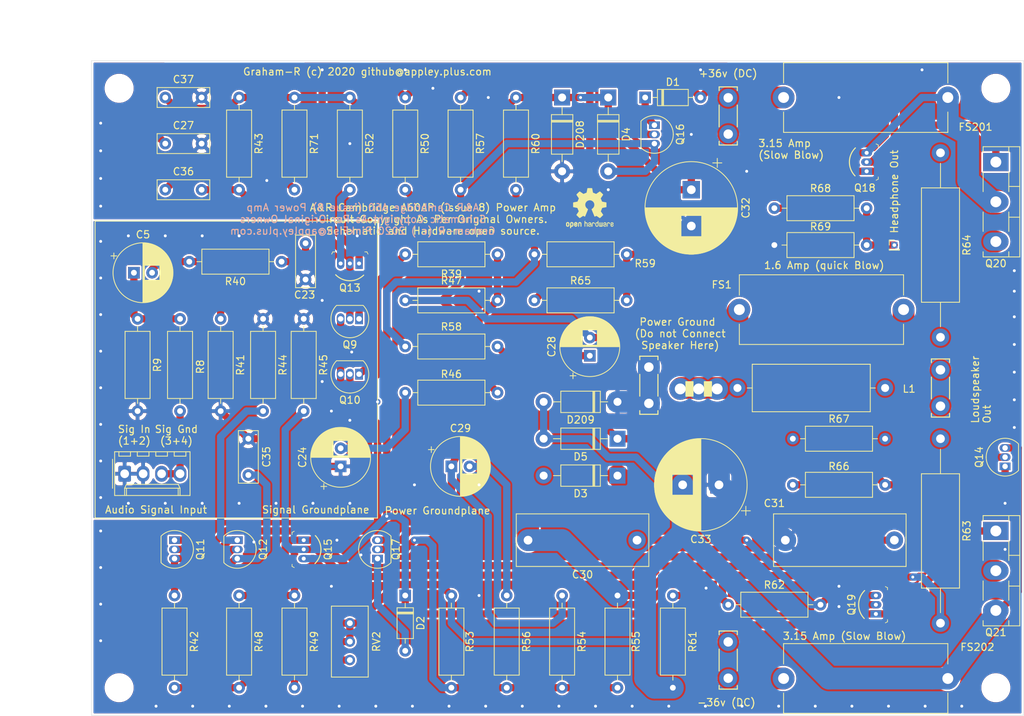
<source format=kicad_pcb>
(kicad_pcb (version 20171130) (host pcbnew 5.1.5-1.fc31)
  (layers (0 F.Cu signal hide) (31 B.Cu signal hide) (34 B.Paste user) (35 F.Paste user) (36 B.SilkS user hide) (37 F.SilkS user) (38 B.Mask user) (39 F.Mask user) (44 Edge.Cuts user))
  (net 0 "")
  (net 1 "Net-(C23-Pad1)")
  (net 2 "Net-(C24-Pad2)")
  (net 3 "Net-(C27-Pad1)")
  (net 4 "Net-(C28-Pad1)")
  (net 5 "Net-(C28-Pad2)")
  (net 6 "Net-(C29-Pad2)")
  (net 7 "Net-(C30-Pad1)")
  (net 8 "Net-(C30-Pad2)")
  (net 9 "Net-(C31-Pad1)")
  (net 10 "Net-(C36-Pad2)")
  (net 11 "Net-(C36-Pad1)")
  (net 12 "Net-(D1-Pad1)")
  (net 13 "Net-(D2-Pad1)")
  (net 14 "Net-(D2-Pad2)")
  (net 15 "Net-(J2-Pad1)")
  (net 16 "Net-(Q10-Pad3)")
  (net 17 "Net-(Q10-Pad2)")
  (net 18 "Net-(Q11-Pad2)")
  (net 19 "Net-(Q11-Pad3)")
  (net 20 "Net-(Q14-Pad2)")
  (net 21 "Net-(Q14-Pad1)")
  (net 22 "Net-(Q16-Pad2)")
  (net 23 "Net-(Q17-Pad2)")
  (net 24 "Net-(Q18-Pad1)")
  (net 25 "Net-(Q20-Pad3)")
  (net 26 "Net-(R39-Pad1)")
  (net 27 "Net-(R49-Pad2)")
  (net 28 "Net-(Q19-Pad1)")
  (net 29 GNDS)
  (net 30 GNDPWR)
  (net 31 "Net-(C32-Pad1)")
  (net 32 "Net-(C33-Pad2)")
  (net 33 "Net-(FS1-Pad2)")
  (net 34 "Net-(Q13-Pad3)")
  (net 35 "Net-(L1-Pad2)")
  (net 36 "Net-(FS201-Pad1)")
  (net 37 "Net-(FS202-Pad1)")
  (net 38 "Net-(J1-Pad3)")
  (net 39 "Net-(C5-Pad1)")
  (net 40 "Net-(C5-Pad2)")
  (module AA_GR_TrackPad:Pad3_Hole1.5mm_Pad3.0mm_Pitch_2.54mm (layer F.Cu) (at 175.006 96.012 180)
    (fp_text reference p1 hide)
    (fp_text value Pad3_Hole1.5mm_Pad3.0mm_Pitch2.54mm hide)
    (pad 1 thru_hole circle (at 5.08 0 180) (size 3 3) (drill 1.5) (layers *.Cu *.Mask) (net 33 "Net-(FS1-Pad2)"))
    (pad 1 thru_hole circle (at 2.54 0 180) (size 3 3) (drill 1.5) (layers *.Cu *.Mask) (net 33 "Net-(FS1-Pad2)"))
    (pad 1 thru_hole circle (at 0 0 180) (size 3 3) (drill 1.5) (layers *.Cu *.Mask) (net 33 "Net-(FS1-Pad2)"))
  )
  (module Symbol:OSHW-Logo2_7.3x6mm_SilkScreen (layer F.Cu) (at 157.48 71.12)
    (fp_text reference REF** hide)
    (fp_text value OSHW-Logo2_7.3x6mm_SilkScreen hide)
  )
  (module Fuse:Fuseholder_Cylinder-5x20mm_Stelvio-Kontek_PTF78_Horizontal_Open (layer F.Cu) (at 200.66 85.09 180)
    (fp_text reference FS1 (at 25.019 3.429) (layer F.SilkS))
    (fp_text value 1.6A)
    (pad 2 thru_hole circle (at 22.6 0 180) (size 3 3) (drill 1.5) (layers *.Cu *.Mask) (net 33 "Net-(FS1-Pad2)"))
    (pad 1 thru_hole circle (at 0 0 180) (size 3 3) (drill 1.5) (layers *.Cu *.Mask) (net 5 "Net-(C28-Pad2)"))
  )
  (module digikey-footprints:TO-92-3 (layer F.Cu) (at 196.85 127 90)
    (fp_text reference Q19 (at 1.27 -3.35 90) (layer F.SilkS))
    (fp_text value ZTX753)
    (pad 1 thru_hole rect (at 0 0 270) (size 1 1.5) (drill 0.55) (layers *.Cu *.Mask) (net 28 "Net-(Q19-Pad1)"))
    (pad 3 thru_hole oval (at 2.54 0 270) (size 1 1.5) (drill 0.55) (layers *.Cu *.Mask) (net 7 "Net-(C30-Pad1)"))
    (pad 2 thru_hole oval (at 1.27 0 270) (size 1 1.5) (drill 0.55) (layers *.Cu *.Mask) (net 13 "Net-(D2-Pad1)"))
  )
  (module digikey-footprints:TO-92-3 (layer F.Cu) (at 195.58 66.04 90)
    (fp_text reference Q18 (at -2.286 -0.254 180) (layer F.SilkS))
    (fp_text value ZTX653)
    (pad 1 thru_hole rect (at 0 0 270) (size 1 1.5) (drill 0.55) (layers *.Cu *.Mask) (net 24 "Net-(Q18-Pad1)"))
    (pad 3 thru_hole oval (at 2.54 0 270) (size 1 1.5) (drill 0.55) (layers *.Cu *.Mask) (net 31 "Net-(C32-Pad1)"))
    (pad 2 thru_hole oval (at 1.27 0 270) (size 1 1.5) (drill 0.55) (layers *.Cu *.Mask) (net 3 "Net-(C27-Pad1)"))
  )
  (module Package_TO_SOT_THT:TO-92_Inline (layer F.Cu) (at 166.37 59.69 270)
    (fp_text reference Q16 (at 1.27 -3.56 90) (layer F.SilkS))
    (fp_text value BC547)
    (pad 2 thru_hole oval (at 1.27 0 270) (size 1.05 1.5) (drill 0.75) (layers *.Cu *.Mask) (net 22 "Net-(Q16-Pad2)"))
    (pad 3 thru_hole oval (at 2.54 0 270) (size 1.05 1.5) (drill 0.75) (layers *.Cu *.Mask) (net 5 "Net-(C28-Pad2)"))
    (pad 1 thru_hole rect (at 0 0 270) (size 1.05 1.5) (drill 0.75) (layers *.Cu *.Mask) (net 12 "Net-(D1-Pad1)"))
  )
  (module digikey-footprints:TO-92-3 (layer F.Cu) (at 125.73 78.74 180)
    (fp_text reference Q13 (at 1.27 -3.35) (layer F.SilkS))
    (fp_text value ZTX753)
    (pad 2 thru_hole oval (at 1.27 0) (size 1 1.5) (drill 0.55) (layers *.Cu *.Mask) (net 10 "Net-(C36-Pad2)"))
    (pad 3 thru_hole oval (at 2.54 0) (size 1 1.5) (drill 0.55) (layers *.Cu *.Mask) (net 34 "Net-(Q13-Pad3)"))
    (pad 1 thru_hole rect (at 0 0) (size 1 1.5) (drill 0.55) (layers *.Cu *.Mask) (net 3 "Net-(C27-Pad1)"))
  )
  (module digikey-footprints:TO-92-3 (layer F.Cu) (at 118.11 116.84 270)
    (fp_text reference Q15 (at 1.27 -3.35 90) (layer F.SilkS))
    (fp_text value ZTX653)
    (pad 1 thru_hole rect (at 0 0 90) (size 1 1.5) (drill 0.55) (layers *.Cu *.Mask) (net 20 "Net-(Q14-Pad2)"))
    (pad 3 thru_hole oval (at 2.54 0 90) (size 1 1.5) (drill 0.55) (layers *.Cu *.Mask) (net 13 "Net-(D2-Pad1)"))
    (pad 2 thru_hole oval (at 1.27 0 90) (size 1 1.5) (drill 0.55) (layers *.Cu *.Mask) (net 21 "Net-(Q14-Pad1)"))
  )
  (module MountingHole:MountingHole_3.5mm (layer F.Cu) (at 213.36 54.61)
    (fp_text reference H4 hide)
    (fp_text value MountingHole hide)
    (pad 1 np_thru_hole circle (at 0 0) (size 3.5 3.5) (drill 3.5) (layers *.Cu *.Mask))
  )
  (module MountingHole:MountingHole_3.5mm (layer F.Cu) (at 213.36 137.16)
    (fp_text reference H3 hide)
    (fp_text value MountingHole hide)
    (pad 1 np_thru_hole circle (at 0 0) (size 3.5 3.5) (drill 3.5) (layers *.Cu *.Mask))
  )
  (module MountingHole:MountingHole_3.5mm (layer F.Cu) (at 92.71 137.16)
    (fp_text reference H2 hide)
    (fp_text value MountingHole hide)
    (pad 1 np_thru_hole circle (at 0 0) (size 3.5 3.5) (drill 3.5) (layers *.Cu *.Mask))
  )
  (module MountingHole:MountingHole_3.5mm (layer F.Cu) (at 92.71 54.61)
    (fp_text reference H1 hide)
    (fp_text value MountingHole hide)
    (pad 1 np_thru_hole circle (at 0 0) (size 3.5 3.5) (drill 3.5) (layers *.Cu *.Mask))
  )
  (module Capacitor_THT:CP_Radial_D8.0mm_P2.50mm (layer F.Cu) (at 123.19 106.68 90)
    (fp_text reference C24 (at 1.25 -5.25 90) (layer F.SilkS))
    (fp_text value "47uF 10v")
    (pad 2 thru_hole circle (at 2.5 0 90) (size 1.6 1.6) (drill 0.8) (layers *.Cu *.Mask) (net 2 "Net-(C24-Pad2)"))
    (pad 1 thru_hole rect (at 0 0 90) (size 1.6 1.6) (drill 0.8) (layers *.Cu *.Mask) (net 29 GNDS))
  )
  (module Capacitor_THT:CP_Radial_D8.0mm_P2.50mm (layer F.Cu) (at 157.48 91.44 90)
    (fp_text reference C28 (at 1.25 -5.25 90) (layer F.SilkS))
    (fp_text value 47uF/10v)
    (pad 1 thru_hole rect (at 0 0 90) (size 1.6 1.6) (drill 0.8) (layers *.Cu *.Mask) (net 4 "Net-(C28-Pad1)"))
    (pad 2 thru_hole circle (at 2.5 0 90) (size 1.6 1.6) (drill 0.8) (layers *.Cu *.Mask) (net 5 "Net-(C28-Pad2)"))
  )
  (module Capacitor_THT:CP_Radial_D8.0mm_P2.50mm (layer F.Cu) (at 138.43 106.68)
    (fp_text reference C29 (at 1.25 -5.25) (layer F.SilkS))
    (fp_text value 47uF/10v)
    (pad 1 thru_hole rect (at 0 0) (size 1.6 1.6) (drill 0.8) (layers *.Cu *.Mask) (net 5 "Net-(C28-Pad2)"))
    (pad 2 thru_hole circle (at 2.5 0) (size 1.6 1.6) (drill 0.8) (layers *.Cu *.Mask) (net 6 "Net-(C29-Pad2)"))
  )
  (module Capacitor_THT:C_Rect_L18.0mm_W7.0mm_P15.00mm_FKS3_FKP3 (layer F.Cu) (at 163.9824 116.84 180)
    (fp_text reference C30 (at 7.5 -4.75) (layer F.SilkS))
    (fp_text value 100n)
    (pad 1 thru_hole circle (at 0 0 180) (size 2.4 2.4) (drill 1.2) (layers *.Cu *.Mask) (net 7 "Net-(C30-Pad1)"))
    (pad 2 thru_hole circle (at 15 0 180) (size 2.4 2.4) (drill 1.2) (layers *.Cu *.Mask) (net 8 "Net-(C30-Pad2)"))
  )
  (module Capacitor_THT:C_Rect_L18.0mm_W7.0mm_P15.00mm_FKS3_FKP3 (layer F.Cu) (at 199.39 116.84 180)
    (fp_text reference C31 (at 16.51 5.08) (layer F.SilkS))
    (fp_text value 100n)
    (pad 2 thru_hole circle (at 15 0 180) (size 2.4 2.4) (drill 1.2) (layers *.Cu *.Mask) (net 30 GNDPWR))
    (pad 1 thru_hole circle (at 0 0 180) (size 2.4 2.4) (drill 1.2) (layers *.Cu *.Mask) (net 9 "Net-(C31-Pad1)"))
  )
  (module Capacitor_THT:CP_Radial_D12.5mm_P5.00mm (layer F.Cu) (at 171.45 68.58 270)
    (fp_text reference C32 (at 2.5 -7.5 90) (layer F.SilkS))
    (fp_text value 22uF/63v)
    (pad 2 thru_hole circle (at 5 0 270) (size 2.4 2.4) (drill 1.2) (layers *.Cu *.Mask) (net 30 GNDPWR))
    (pad 1 thru_hole rect (at 0 0 270) (size 2.4 2.4) (drill 1.2) (layers *.Cu *.Mask) (net 31 "Net-(C32-Pad1)"))
  )
  (module Capacitor_THT:CP_Radial_D12.5mm_P5.00mm (layer F.Cu) (at 175.26 109.22 180)
    (fp_text reference C33 (at 2.5 -7.5) (layer F.SilkS))
    (fp_text value 22uF/63v)
    (pad 1 thru_hole rect (at 0 0 180) (size 2.4 2.4) (drill 1.2) (layers *.Cu *.Mask) (net 30 GNDPWR))
    (pad 2 thru_hole circle (at 5 0 180) (size 2.4 2.4) (drill 1.2) (layers *.Cu *.Mask) (net 32 "Net-(C33-Pad2)"))
  )
  (module Diode_THT:D_DO-35_SOD27_P7.62mm_Horizontal (layer F.Cu) (at 165.1 55.88)
    (fp_text reference D1 (at 3.81 -2.12) (layer F.SilkS))
    (fp_text value 1N4148)
    (pad 2 thru_hole oval (at 7.62 0) (size 1.6 1.6) (drill 0.8) (layers *.Cu *.Mask) (net 3 "Net-(C27-Pad1)"))
    (pad 1 thru_hole rect (at 0 0) (size 1.6 1.6) (drill 0.8) (layers *.Cu *.Mask) (net 12 "Net-(D1-Pad1)"))
  )
  (module Diode_THT:D_DO-35_SOD27_P7.62mm_Horizontal (layer F.Cu) (at 132.08 124.46 270)
    (fp_text reference D2 (at 3.81 -2.12 90) (layer F.SilkS))
    (fp_text value 1N4148)
    (pad 1 thru_hole rect (at 0 0 270) (size 1.6 1.6) (drill 0.8) (layers *.Cu *.Mask) (net 13 "Net-(D2-Pad1)"))
    (pad 2 thru_hole oval (at 7.62 0 270) (size 1.6 1.6) (drill 0.8) (layers *.Cu *.Mask) (net 14 "Net-(D2-Pad2)"))
  )
  (module Diode_THT:D_DO-41_SOD81_P10.16mm_Horizontal (layer F.Cu) (at 161.29 107.95 180)
    (fp_text reference D3 (at 5.08 -2.47) (layer F.SilkS))
    (fp_text value 1N4002)
    (pad 1 thru_hole rect (at 0 0 180) (size 2.2 2.2) (drill 1.1) (layers *.Cu *.Mask) (net 7 "Net-(C30-Pad1)"))
    (pad 2 thru_hole oval (at 10.16 0 180) (size 2.2 2.2) (drill 1.1) (layers *.Cu *.Mask) (net 8 "Net-(C30-Pad2)"))
  )
  (module Diode_THT:D_DO-41_SOD81_P10.16mm_Horizontal (layer F.Cu) (at 160.02 55.88 270)
    (fp_text reference D4 (at 5.08 -2.47 90) (layer F.SilkS))
    (fp_text value 1N4002)
    (pad 1 thru_hole rect (at 0 0 270) (size 2.2 2.2) (drill 1.1) (layers *.Cu *.Mask) (net 31 "Net-(C32-Pad1)"))
    (pad 2 thru_hole oval (at 10.16 0 270) (size 2.2 2.2) (drill 1.1) (layers *.Cu *.Mask) (net 5 "Net-(C28-Pad2)"))
  )
  (module Diode_THT:D_DO-41_SOD81_P10.16mm_Horizontal (layer F.Cu) (at 161.29 102.87 180)
    (fp_text reference D5 (at 5.08 -2.47) (layer F.SilkS))
    (fp_text value 1N4002)
    (pad 2 thru_hole oval (at 10.16 0 180) (size 2.2 2.2) (drill 1.1) (layers *.Cu *.Mask) (net 32 "Net-(C33-Pad2)"))
    (pad 1 thru_hole rect (at 0 0 180) (size 2.2 2.2) (drill 1.1) (layers *.Cu *.Mask) (net 5 "Net-(C28-Pad2)"))
  )
  (module Diode_THT:D_DO-41_SOD81_P10.16mm_Horizontal (layer F.Cu) (at 153.67 55.88 270)
    (fp_text reference D208 (at 5.08 -2.47 90) (layer F.SilkS))
    (fp_text value 1N4002)
    (pad 2 thru_hole oval (at 10.16 0 270) (size 2.2 2.2) (drill 1.1) (layers *.Cu *.Mask) (net 30 GNDPWR))
    (pad 1 thru_hole rect (at 0 0 270) (size 2.2 2.2) (drill 1.1) (layers *.Cu *.Mask) (net 31 "Net-(C32-Pad1)"))
  )
  (module Diode_THT:D_DO-41_SOD81_P10.16mm_Horizontal (layer F.Cu) (at 161.29 97.79 180)
    (fp_text reference D209 (at 5.08 -2.47) (layer F.SilkS))
    (fp_text value 1N4002)
    (pad 1 thru_hole rect (at 0 0 180) (size 2.2 2.2) (drill 1.1) (layers *.Cu *.Mask) (net 30 GNDPWR))
    (pad 2 thru_hole oval (at 10.16 0 180) (size 2.2 2.2) (drill 1.1) (layers *.Cu *.Mask) (net 32 "Net-(C33-Pad2)"))
  )
  (module Connector_PinHeader_1.00mm:PinHeader_1x01_P1.00mm_Vertical (layer F.Cu) (at 199.39 76.2)
    (fp_text reference J2 hide)
    (fp_text value J_HP+)
    (pad 1 thru_hole rect (at 0 0) (size 0.85 0.85) (drill 0.5) (layers *.Cu *.Mask) (net 15 "Net-(J2-Pad1)"))
  )
  (module Inductor_THT:L_Axial_L16.0mm_D6.3mm_P20.32mm_Horizontal_Fastron_VHBCC (layer F.Cu) (at 177.8 95.885)
    (fp_text reference L1 (at 23.622 0.127) (layer F.SilkS))
    (fp_text value 2u2L)
    (pad 1 thru_hole circle (at 0 0) (size 2.2 2.2) (drill 1.1) (layers *.Cu *.Mask) (net 33 "Net-(FS1-Pad2)"))
    (pad 2 thru_hole oval (at 20.32 0) (size 2.2 2.2) (drill 1.1) (layers *.Cu *.Mask) (net 35 "Net-(L1-Pad2)"))
  )
  (module Package_TO_SOT_THT:TO-218-3_Vertical (layer F.Cu) (at 213.36 115.57 270)
    (fp_text reference Q21 (at 13.97 0 180) (layer F.SilkS))
    (fp_text value TIP3055)
    (pad 3 thru_hole oval (at 10.95 0 270) (size 2.5 3.5) (drill 1.5) (layers *.Cu *.Mask) (net 32 "Net-(C33-Pad2)"))
    (pad 2 thru_hole oval (at 5.475 0 270) (size 2.5 3.5) (drill 1.5) (layers *.Cu *.Mask) (net 8 "Net-(C30-Pad2)"))
    (pad 1 thru_hole rect (at 0 0 270) (size 2.5 3.5) (drill 1.5) (layers *.Cu *.Mask) (net 28 "Net-(Q19-Pad1)"))
  )
  (module Package_TO_SOT_THT:TO-92_Inline (layer F.Cu) (at 125.73 86.36 180)
    (fp_text reference Q9 (at 1.27 -3.56) (layer F.SilkS))
    (fp_text value BC547)
    (pad 1 thru_hole rect (at 0 0 180) (size 1.05 1.5) (drill 0.75) (layers *.Cu *.Mask) (net 10 "Net-(C36-Pad2)"))
    (pad 3 thru_hole oval (at 2.54 0 180) (size 1.05 1.5) (drill 0.75) (layers *.Cu *.Mask) (net 16 "Net-(Q10-Pad3)"))
    (pad 2 thru_hole oval (at 1.27 0 180) (size 1.05 1.5) (drill 0.75) (layers *.Cu *.Mask) (net 1 "Net-(C23-Pad1)"))
  )
  (module Package_TO_SOT_THT:TO-92_Inline (layer F.Cu) (at 125.73 93.98 180)
    (fp_text reference Q10 (at 1.27 -3.56) (layer F.SilkS))
    (fp_text value BC547)
    (pad 1 thru_hole rect (at 0 0 180) (size 1.05 1.5) (drill 0.75) (layers *.Cu *.Mask) (net 31 "Net-(C32-Pad1)"))
    (pad 3 thru_hole oval (at 2.54 0 180) (size 1.05 1.5) (drill 0.75) (layers *.Cu *.Mask) (net 16 "Net-(Q10-Pad3)"))
    (pad 2 thru_hole oval (at 1.27 0 180) (size 1.05 1.5) (drill 0.75) (layers *.Cu *.Mask) (net 17 "Net-(Q10-Pad2)"))
  )
  (module Package_TO_SOT_THT:TO-92_Inline (layer F.Cu) (at 100.33 116.84 270)
    (fp_text reference Q11 (at 1.27 -3.56 90) (layer F.SilkS))
    (fp_text value BC547)
    (pad 2 thru_hole oval (at 1.27 0 270) (size 1.05 1.5) (drill 0.75) (layers *.Cu *.Mask) (net 18 "Net-(Q11-Pad2)"))
    (pad 3 thru_hole oval (at 2.54 0 270) (size 1.05 1.5) (drill 0.75) (layers *.Cu *.Mask) (net 19 "Net-(Q11-Pad3)"))
    (pad 1 thru_hole rect (at 0 0 270) (size 1.05 1.5) (drill 0.75) (layers *.Cu *.Mask) (net 16 "Net-(Q10-Pad3)"))
  )
  (module Package_TO_SOT_THT:TO-92_Inline (layer F.Cu) (at 108.966 116.84 270)
    (fp_text reference Q12 (at 1.27 -3.56 90) (layer F.SilkS))
    (fp_text value BC547)
    (pad 1 thru_hole rect (at 0 0 270) (size 1.05 1.5) (drill 0.75) (layers *.Cu *.Mask) (net 18 "Net-(Q11-Pad2)"))
    (pad 3 thru_hole oval (at 2.54 0 270) (size 1.05 1.5) (drill 0.75) (layers *.Cu *.Mask) (net 32 "Net-(C33-Pad2)"))
    (pad 2 thru_hole oval (at 1.27 0 270) (size 1.05 1.5) (drill 0.75) (layers *.Cu *.Mask) (net 19 "Net-(Q11-Pad3)"))
  )
  (module Package_TO_SOT_THT:TO-92_Inline (layer F.Cu) (at 214.63 106.68 90)
    (fp_text reference Q14 (at 1.27 -3.56 90) (layer F.SilkS))
    (fp_text value BC547)
    (pad 2 thru_hole oval (at 1.27 0 90) (size 1.05 1.5) (drill 0.75) (layers *.Cu *.Mask) (net 20 "Net-(Q14-Pad2)"))
    (pad 3 thru_hole oval (at 2.54 0 90) (size 1.05 1.5) (drill 0.75) (layers *.Cu *.Mask) (net 32 "Net-(C33-Pad2)"))
    (pad 1 thru_hole rect (at 0 0 90) (size 1.05 1.5) (drill 0.75) (layers *.Cu *.Mask) (net 21 "Net-(Q14-Pad1)"))
  )
  (module Package_TO_SOT_THT:TO-92_Inline (layer F.Cu) (at 128.27 119.38 90)
    (fp_text reference Q17 (at 1.27 2.54 90) (layer F.SilkS))
    (fp_text value BC557)
    (pad 2 thru_hole oval (at 1.27 0 90) (size 1.05 1.5) (drill 0.75) (layers *.Cu *.Mask) (net 23 "Net-(Q17-Pad2)"))
    (pad 3 thru_hole oval (at 2.54 0 90) (size 1.05 1.5) (drill 0.75) (layers *.Cu *.Mask) (net 5 "Net-(C28-Pad2)"))
    (pad 1 thru_hole rect (at 0 0 90) (size 1.05 1.5) (drill 0.75) (layers *.Cu *.Mask) (net 14 "Net-(D2-Pad2)"))
  )
  (module Package_TO_SOT_THT:TO-218-3_Vertical (layer F.Cu) (at 213.36 64.77 270)
    (fp_text reference Q20 (at 13.97 0 180) (layer F.SilkS))
    (fp_text value TIP3055)
    (pad 1 thru_hole rect (at 0 0 270) (size 2.5 3.5) (drill 1.5) (layers *.Cu *.Mask) (net 24 "Net-(Q18-Pad1)"))
    (pad 2 thru_hole oval (at 5.475 0 270) (size 2.5 3.5) (drill 1.5) (layers *.Cu *.Mask) (net 31 "Net-(C32-Pad1)"))
    (pad 3 thru_hole oval (at 10.95 0 270) (size 2.5 3.5) (drill 1.5) (layers *.Cu *.Mask) (net 25 "Net-(Q20-Pad3)"))
  )
  (module Resistor_THT:R_Axial_DIN0309_L9.0mm_D3.2mm_P12.70mm_Horizontal (layer F.Cu) (at 144.78 77.47 180)
    (fp_text reference R39 (at 6.35 -2.72) (layer F.SilkS))
    (fp_text value 2K7)
    (pad 2 thru_hole oval (at 12.7 0 180) (size 1.6 1.6) (drill 0.8) (layers *.Cu *.Mask) (net 17 "Net-(Q10-Pad2)"))
    (pad 1 thru_hole circle (at 0 0 180) (size 1.6 1.6) (drill 0.8) (layers *.Cu *.Mask) (net 26 "Net-(R39-Pad1)"))
  )
  (module Resistor_THT:R_Axial_DIN0309_L9.0mm_D3.2mm_P12.70mm_Horizontal (layer F.Cu) (at 115.062 78.486 180)
    (fp_text reference R40 (at 6.35 -2.72) (layer F.SilkS))
    (fp_text value 2K7)
    (pad 2 thru_hole oval (at 12.7 0 180) (size 1.6 1.6) (drill 0.8) (layers *.Cu *.Mask) (net 40 "Net-(C5-Pad2)"))
    (pad 1 thru_hole circle (at 0 0 180) (size 1.6 1.6) (drill 0.8) (layers *.Cu *.Mask) (net 1 "Net-(C23-Pad1)"))
  )
  (module Resistor_THT:R_Axial_DIN0309_L9.0mm_D3.2mm_P12.70mm_Horizontal (layer F.Cu) (at 106.68 86.36 270)
    (fp_text reference R41 (at 6.35 -2.72 90) (layer F.SilkS))
    (fp_text value 15K)
    (pad 1 thru_hole circle (at 0 0 270) (size 1.6 1.6) (drill 0.8) (layers *.Cu *.Mask) (net 40 "Net-(C5-Pad2)"))
    (pad 2 thru_hole oval (at 12.7 0 270) (size 1.6 1.6) (drill 0.8) (layers *.Cu *.Mask) (net 29 GNDS))
  )
  (module Resistor_THT:R_Axial_DIN0309_L9.0mm_D3.2mm_P12.70mm_Horizontal (layer F.Cu) (at 100.33 124.46 270)
    (fp_text reference R42 (at 6.35 -2.72 90) (layer F.SilkS))
    (fp_text value 470R)
    (pad 1 thru_hole circle (at 0 0 270) (size 1.6 1.6) (drill 0.8) (layers *.Cu *.Mask) (net 19 "Net-(Q11-Pad3)"))
    (pad 2 thru_hole oval (at 12.7 0 270) (size 1.6 1.6) (drill 0.8) (layers *.Cu *.Mask) (net 32 "Net-(C33-Pad2)"))
  )
  (module Resistor_THT:R_Axial_DIN0309_L9.0mm_D3.2mm_P12.70mm_Horizontal (layer F.Cu) (at 109.22 55.88 270)
    (fp_text reference R43 (at 6.35 -2.72 90) (layer F.SilkS))
    (fp_text value 2K7)
    (pad 1 thru_hole circle (at 0 0 270) (size 1.6 1.6) (drill 0.8) (layers *.Cu *.Mask) (net 31 "Net-(C32-Pad1)"))
    (pad 2 thru_hole oval (at 12.7 0 270) (size 1.6 1.6) (drill 0.8) (layers *.Cu *.Mask) (net 10 "Net-(C36-Pad2)"))
  )
  (module Resistor_THT:R_Axial_DIN0309_L9.0mm_D3.2mm_P12.70mm_Horizontal (layer F.Cu) (at 112.522 86.36 270)
    (fp_text reference R44 (at 6.35 -2.72 90) (layer F.SilkS))
    (fp_text value 56K)
    (pad 2 thru_hole oval (at 12.7 0 270) (size 1.6 1.6) (drill 0.8) (layers *.Cu *.Mask) (net 18 "Net-(Q11-Pad2)"))
    (pad 1 thru_hole circle (at 0 0 270) (size 1.6 1.6) (drill 0.8) (layers *.Cu *.Mask) (net 29 GNDS))
  )
  (module Resistor_THT:R_Axial_DIN0309_L9.0mm_D3.2mm_P12.70mm_Horizontal (layer F.Cu) (at 118.11 86.36 270)
    (fp_text reference R45 (at 6.35 -2.72 90) (layer F.SilkS))
    (fp_text value 10K)
    (pad 1 thru_hole circle (at 0 0 270) (size 1.6 1.6) (drill 0.8) (layers *.Cu *.Mask) (net 29 GNDS))
    (pad 2 thru_hole oval (at 12.7 0 270) (size 1.6 1.6) (drill 0.8) (layers *.Cu *.Mask) (net 21 "Net-(Q14-Pad1)"))
  )
  (module Resistor_THT:R_Axial_DIN0309_L9.0mm_D3.2mm_P12.70mm_Horizontal (layer F.Cu) (at 144.78 96.52 180)
    (fp_text reference R46 (at 6.35 2.54) (layer F.SilkS))
    (fp_text value 470R)
    (pad 2 thru_hole oval (at 12.7 0 180) (size 1.6 1.6) (drill 0.8) (layers *.Cu *.Mask) (net 2 "Net-(C24-Pad2)"))
    (pad 1 thru_hole circle (at 0 0 180) (size 1.6 1.6) (drill 0.8) (layers *.Cu *.Mask) (net 26 "Net-(R39-Pad1)"))
  )
  (module Resistor_THT:R_Axial_DIN0309_L9.0mm_D3.2mm_P12.70mm_Horizontal (layer F.Cu) (at 132.08 83.82)
    (fp_text reference R47 (at 6.35 -2.72) (layer F.SilkS))
    (fp_text value 15K)
    (pad 1 thru_hole circle (at 0 0) (size 1.6 1.6) (drill 0.8) (layers *.Cu *.Mask) (net 5 "Net-(C28-Pad2)"))
    (pad 2 thru_hole oval (at 12.7 0) (size 1.6 1.6) (drill 0.8) (layers *.Cu *.Mask) (net 26 "Net-(R39-Pad1)"))
  )
  (module Resistor_THT:R_Axial_DIN0309_L9.0mm_D3.2mm_P12.70mm_Horizontal (layer F.Cu) (at 109.22 124.46 270)
    (fp_text reference R48 (at 6.35 -2.72 90) (layer F.SilkS))
    (fp_text value 82R)
    (pad 2 thru_hole oval (at 12.7 0 270) (size 1.6 1.6) (drill 0.8) (layers *.Cu *.Mask) (net 32 "Net-(C33-Pad2)"))
    (pad 1 thru_hole circle (at 0 0 270) (size 1.6 1.6) (drill 0.8) (layers *.Cu *.Mask) (net 20 "Net-(Q14-Pad2)"))
  )
  (module Resistor_THT:R_Axial_DIN0309_L9.0mm_D3.2mm_P12.70mm_Horizontal (layer F.Cu) (at 116.84 124.46 270)
    (fp_text reference R49 (at 6.35 -2.72 90) (layer F.SilkS))
    (fp_text value 120R)
    (pad 1 thru_hole circle (at 0 0 270) (size 1.6 1.6) (drill 0.8) (layers *.Cu *.Mask) (net 20 "Net-(Q14-Pad2)"))
    (pad 2 thru_hole oval (at 12.7 0 270) (size 1.6 1.6) (drill 0.8) (layers *.Cu *.Mask) (net 27 "Net-(R49-Pad2)"))
  )
  (module Resistor_THT:R_Axial_DIN0309_L9.0mm_D3.2mm_P12.70mm_Horizontal (layer F.Cu) (at 132.08 55.88 270)
    (fp_text reference R50 (at 6.35 -2.72 90) (layer F.SilkS))
    (fp_text value 220R)
    (pad 2 thru_hole oval (at 12.7 0 270) (size 1.6 1.6) (drill 0.8) (layers *.Cu *.Mask) (net 13 "Net-(D2-Pad1)"))
    (pad 1 thru_hole circle (at 0 0 270) (size 1.6 1.6) (drill 0.8) (layers *.Cu *.Mask) (net 3 "Net-(C27-Pad1)"))
  )
  (module Resistor_THT:R_Axial_DIN0309_L9.0mm_D3.2mm_P12.70mm_Horizontal (layer F.Cu) (at 124.46 55.88 270)
    (fp_text reference R52 (at 6.35 -2.72 90) (layer F.SilkS))
    (fp_text value 100R)
    (pad 2 thru_hole oval (at 12.7 0 270) (size 1.6 1.6) (drill 0.8) (layers *.Cu *.Mask) (net 34 "Net-(Q13-Pad3)"))
    (pad 1 thru_hole circle (at 0 0 270) (size 1.6 1.6) (drill 0.8) (layers *.Cu *.Mask) (net 31 "Net-(C32-Pad1)"))
  )
  (module Resistor_THT:R_Axial_DIN0309_L9.0mm_D3.2mm_P12.70mm_Horizontal (layer F.Cu) (at 153.67 124.46 270)
    (fp_text reference R54 (at 6.35 -2.72 90) (layer F.SilkS))
    (fp_text value 120R)
    (pad 1 thru_hole circle (at 0 0 270) (size 1.6 1.6) (drill 0.8) (layers *.Cu *.Mask) (net 5 "Net-(C28-Pad2)"))
    (pad 2 thru_hole oval (at 12.7 0 270) (size 1.6 1.6) (drill 0.8) (layers *.Cu *.Mask) (net 23 "Net-(Q17-Pad2)"))
  )
  (module Resistor_THT:R_Axial_DIN0309_L9.0mm_D3.2mm_P12.70mm_Horizontal (layer F.Cu) (at 161.29 137.16 90)
    (fp_text reference R55 (at 6.35 2.54 90) (layer F.SilkS))
    (fp_text value 120R)
    (pad 1 thru_hole circle (at 0 0 90) (size 1.6 1.6) (drill 0.8) (layers *.Cu *.Mask) (net 23 "Net-(Q17-Pad2)"))
    (pad 2 thru_hole oval (at 12.7 0 90) (size 1.6 1.6) (drill 0.8) (layers *.Cu *.Mask) (net 8 "Net-(C30-Pad2)"))
  )
  (module Resistor_THT:R_Axial_DIN0309_L9.0mm_D3.2mm_P12.70mm_Horizontal (layer F.Cu) (at 146.05 124.46 270)
    (fp_text reference R56 (at 6.35 -2.72 90) (layer F.SilkS))
    (fp_text value 82R)
    (pad 2 thru_hole oval (at 12.7 0 270) (size 1.6 1.6) (drill 0.8) (layers *.Cu *.Mask) (net 23 "Net-(Q17-Pad2)"))
    (pad 1 thru_hole circle (at 0 0 270) (size 1.6 1.6) (drill 0.8) (layers *.Cu *.Mask) (net 6 "Net-(C29-Pad2)"))
  )
  (module Resistor_THT:R_Axial_DIN0309_L9.0mm_D3.2mm_P12.70mm_Horizontal (layer F.Cu) (at 139.7 55.88 270)
    (fp_text reference R57 (at 6.35 -2.72 90) (layer F.SilkS))
    (fp_text value 120R)
    (pad 1 thru_hole circle (at 0 0 270) (size 1.6 1.6) (drill 0.8) (layers *.Cu *.Mask) (net 22 "Net-(Q16-Pad2)"))
    (pad 2 thru_hole oval (at 12.7 0 270) (size 1.6 1.6) (drill 0.8) (layers *.Cu *.Mask) (net 5 "Net-(C28-Pad2)"))
  )
  (module Resistor_THT:R_Axial_DIN0309_L9.0mm_D3.2mm_P12.70mm_Horizontal (layer F.Cu) (at 132.08 90.17)
    (fp_text reference R58 (at 6.35 -2.72) (layer F.SilkS))
    (fp_text value 82R)
    (pad 2 thru_hole oval (at 12.7 0) (size 1.6 1.6) (drill 0.8) (layers *.Cu *.Mask) (net 4 "Net-(C28-Pad1)"))
    (pad 1 thru_hole circle (at 0 0) (size 1.6 1.6) (drill 0.8) (layers *.Cu *.Mask) (net 22 "Net-(Q16-Pad2)"))
  )
  (module Resistor_THT:R_Axial_DIN0309_L9.0mm_D3.2mm_P12.70mm_Horizontal (layer F.Cu) (at 149.86 77.47)
    (fp_text reference R59 (at 15.24 1.27) (layer F.SilkS))
    (fp_text value 120R)
    (pad 1 thru_hole circle (at 0 0) (size 1.6 1.6) (drill 0.8) (layers *.Cu *.Mask) (net 22 "Net-(Q16-Pad2)"))
    (pad 2 thru_hole oval (at 12.7 0) (size 1.6 1.6) (drill 0.8) (layers *.Cu *.Mask) (net 25 "Net-(Q20-Pad3)"))
  )
  (module Resistor_THT:R_Axial_DIN0309_L9.0mm_D3.2mm_P12.70mm_Horizontal (layer F.Cu) (at 168.91 124.46 270)
    (fp_text reference R61 (at 6.35 -2.72 90) (layer F.SilkS))
    (fp_text value 82R)
    (pad 1 thru_hole circle (at 0 0 270) (size 1.6 1.6) (drill 0.8) (layers *.Cu *.Mask) (net 28 "Net-(Q19-Pad1)"))
    (pad 2 thru_hole oval (at 12.7 0 270) (size 1.6 1.6) (drill 0.8) (layers *.Cu *.Mask) (net 32 "Net-(C33-Pad2)"))
  )
  (module Resistor_THT:R_Axial_DIN0309_L9.0mm_D3.2mm_P12.70mm_Horizontal (layer F.Cu) (at 176.53 125.73)
    (fp_text reference R62 (at 6.35 -2.72) (layer F.SilkS))
    (fp_text value 82R)
    (pad 2 thru_hole oval (at 12.7 0) (size 1.6 1.6) (drill 0.8) (layers *.Cu *.Mask) (net 7 "Net-(C30-Pad1)"))
    (pad 1 thru_hole circle (at 0 0) (size 1.6 1.6) (drill 0.8) (layers *.Cu *.Mask) (net 8 "Net-(C30-Pad2)"))
  )
  (module Resistor_THT:R_Axial_DIN0516_L15.5mm_D5.0mm_P25.40mm_Horizontal (layer F.Cu) (at 205.74 63.5 270)
    (fp_text reference R64 (at 12.7 -3.62 90) (layer F.SilkS))
    (fp_text value R22)
    (pad 2 thru_hole oval (at 25.4 0 270) (size 2.4 2.4) (drill 1.2) (layers *.Cu *.Mask) (net 5 "Net-(C28-Pad2)"))
    (pad 1 thru_hole circle (at 0 0 270) (size 2.4 2.4) (drill 1.2) (layers *.Cu *.Mask) (net 25 "Net-(Q20-Pad3)"))
  )
  (module Resistor_THT:R_Axial_DIN0309_L9.0mm_D3.2mm_P12.70mm_Horizontal (layer F.Cu) (at 149.86 83.82)
    (fp_text reference R65 (at 6.35 -2.72) (layer F.SilkS))
    (fp_text value 82R)
    (pad 1 thru_hole circle (at 0 0) (size 1.6 1.6) (drill 0.8) (layers *.Cu *.Mask) (net 24 "Net-(Q18-Pad1)"))
    (pad 2 thru_hole oval (at 12.7 0) (size 1.6 1.6) (drill 0.8) (layers *.Cu *.Mask) (net 25 "Net-(Q20-Pad3)"))
  )
  (module Resistor_THT:R_Axial_DIN0309_L9.0mm_D3.2mm_P12.70mm_Horizontal (layer F.Cu) (at 198.12 109.22 180)
    (fp_text reference R66 (at 6.35 2.54) (layer F.SilkS))
    (fp_text value 5R6)
    (pad 2 thru_hole oval (at 12.7 0 180) (size 1.6 1.6) (drill 0.8) (layers *.Cu *.Mask) (net 9 "Net-(C31-Pad1)"))
    (pad 1 thru_hole circle (at 0 0 180) (size 1.6 1.6) (drill 0.8) (layers *.Cu *.Mask) (net 5 "Net-(C28-Pad2)"))
  )
  (module Resistor_THT:R_Axial_DIN0309_L9.0mm_D3.2mm_P12.70mm_Horizontal (layer F.Cu) (at 185.42 102.87)
    (fp_text reference R67 (at 6.35 -2.72) (layer F.SilkS))
    (fp_text value 2R2)
    (pad 2 thru_hole oval (at 12.7 0) (size 1.6 1.6) (drill 0.8) (layers *.Cu *.Mask) (net 35 "Net-(L1-Pad2)"))
    (pad 1 thru_hole circle (at 0 0) (size 1.6 1.6) (drill 0.8) (layers *.Cu *.Mask) (net 33 "Net-(FS1-Pad2)"))
  )
  (module Resistor_THT:R_Axial_DIN0309_L9.0mm_D3.2mm_P12.70mm_Horizontal (layer F.Cu) (at 182.88 71.12)
    (fp_text reference R68 (at 6.35 -2.72) (layer F.SilkS))
    (fp_text value 330R)
    (pad 2 thru_hole oval (at 12.7 0) (size 1.6 1.6) (drill 0.8) (layers *.Cu *.Mask) (net 15 "Net-(J2-Pad1)"))
    (pad 1 thru_hole circle (at 0 0) (size 1.6 1.6) (drill 0.8) (layers *.Cu *.Mask) (net 35 "Net-(L1-Pad2)"))
  )
  (module Resistor_THT:R_Axial_DIN0309_L9.0mm_D3.2mm_P12.70mm_Horizontal (layer F.Cu) (at 195.58 76.2 180)
    (fp_text reference R69 (at 6.35 2.54) (layer F.SilkS))
    (fp_text value 220R)
    (pad 1 thru_hole circle (at 0 0 180) (size 1.6 1.6) (drill 0.8) (layers *.Cu *.Mask) (net 15 "Net-(J2-Pad1)"))
    (pad 2 thru_hole oval (at 12.7 0 180) (size 1.6 1.6) (drill 0.8) (layers *.Cu *.Mask) (net 30 GNDPWR))
  )
  (module Resistor_THT:R_Axial_DIN0309_L9.0mm_D3.2mm_P12.70mm_Horizontal (layer F.Cu) (at 116.84 55.88 270)
    (fp_text reference R71 (at 6.35 -2.72 90) (layer F.SilkS))
    (fp_text value 680R)
    (pad 1 thru_hole circle (at 0 0 270) (size 1.6 1.6) (drill 0.8) (layers *.Cu *.Mask) (net 31 "Net-(C32-Pad1)"))
    (pad 2 thru_hole oval (at 12.7 0 270) (size 1.6 1.6) (drill 0.8) (layers *.Cu *.Mask) (net 11 "Net-(C36-Pad1)"))
  )
  (module Potentiometer_THT:Potentiometer_Bourns_3296W_Vertical (layer F.Cu) (at 124.46 133.35 270)
    (fp_text reference RV2 (at -2.54 -3.66 90) (layer F.SilkS))
    (fp_text value 1k0)
    (pad 1 thru_hole circle (at 0 0 270) (size 1.44 1.44) (drill 0.8) (layers *.Cu *.Mask) (net 27 "Net-(R49-Pad2)"))
    (pad 2 thru_hole circle (at -2.54 0 270) (size 1.44 1.44) (drill 0.8) (layers *.Cu *.Mask) (net 32 "Net-(C33-Pad2)"))
    (pad 3 thru_hole circle (at -5.08 0 270) (size 1.44 1.44) (drill 0.8) (layers *.Cu *.Mask) (net 32 "Net-(C33-Pad2)"))
  )
  (module Resistor_THT:R_Axial_DIN0309_L9.0mm_D3.2mm_P12.70mm_Horizontal (layer F.Cu) (at 147.32 55.88 270)
    (fp_text reference R60 (at 6.35 -2.72 90) (layer F.SilkS))
    (fp_text value 6K8)
    (pad 1 thru_hole circle (at 0 0 270) (size 1.6 1.6) (drill 0.8) (layers *.Cu *.Mask) (net 31 "Net-(C32-Pad1)"))
    (pad 2 thru_hole oval (at 12.7 0 270) (size 1.6 1.6) (drill 0.8) (layers *.Cu *.Mask) (net 22 "Net-(Q16-Pad2)"))
  )
  (module Resistor_THT:R_Axial_DIN0309_L9.0mm_D3.2mm_P12.70mm_Horizontal (layer F.Cu) (at 138.43 137.16 90)
    (fp_text reference R53 (at 6.35 2.54 90) (layer F.SilkS))
    (fp_text value 6K8)
    (pad 1 thru_hole circle (at 0 0 90) (size 1.6 1.6) (drill 0.8) (layers *.Cu *.Mask) (net 23 "Net-(Q17-Pad2)"))
    (pad 2 thru_hole oval (at 12.7 0 90) (size 1.6 1.6) (drill 0.8) (layers *.Cu *.Mask) (net 32 "Net-(C33-Pad2)"))
  )
  (module Resistor_THT:R_Axial_DIN0516_L15.5mm_D5.0mm_P25.40mm_Horizontal (layer F.Cu) (at 205.74 102.87 270)
    (fp_text reference R63 (at 12.7 -3.62 90) (layer F.SilkS))
    (fp_text value R22)
    (pad 1 thru_hole circle (at 0 0 270) (size 2.4 2.4) (drill 1.2) (layers *.Cu *.Mask) (net 5 "Net-(C28-Pad2)"))
    (pad 2 thru_hole oval (at 25.4 0 270) (size 2.4 2.4) (drill 1.2) (layers *.Cu *.Mask) (net 8 "Net-(C30-Pad2)"))
  )
  (module AA_GR_KICAD-footprints:SPADE_TERMINAL_6.3MM (layer F.Cu) (at 205.74 95.885 90)
    (fp_text reference Spkr1 hide)
    (fp_text value Spade_6.3mm hide)
    (pad 1 thru_hole circle (at -2.5 0 90) (size 2.5 2.5) (drill 1.3) (layers *.Cu *.Mask) (net 35 "Net-(L1-Pad2)"))
    (pad 1 thru_hole circle (at 2.5 0 90) (size 2.5 2.5) (drill 1.3) (layers *.Cu *.Mask) (net 35 "Net-(L1-Pad2)"))
  )
  (module AA_GR_KICAD-footprints:SPADE_TERMINAL_6.3MM (layer F.Cu) (at 176.53 133.35 90)
    (fp_text reference SP-1 hide)
    (fp_text value Spade_6.3mm hide)
    (pad 1 thru_hole circle (at -2.5 0 90) (size 2.5 2.5) (drill 1.3) (layers *.Cu *.Mask) (net 37 "Net-(FS202-Pad1)"))
    (pad 1 thru_hole circle (at 2.5 0 90) (size 2.5 2.5) (drill 1.3) (layers *.Cu *.Mask) (net 37 "Net-(FS202-Pad1)"))
  )
  (module AA_GR_KICAD-footprints:SPADE_TERMINAL_6.3MM (layer F.Cu) (at 176.53 58.42 90)
    (fp_text reference SP+1 hide)
    (fp_text value Spade_6.3mm hide)
    (pad 1 thru_hole circle (at 2.5 0 90) (size 2.5 2.5) (drill 1.3) (layers *.Cu *.Mask) (net 36 "Net-(FS201-Pad1)"))
    (pad 1 thru_hole circle (at -2.5 0 90) (size 2.5 2.5) (drill 1.3) (layers *.Cu *.Mask) (net 36 "Net-(FS201-Pad1)"))
  )
  (module AA_GR_KICAD-footprints:SPADE_TERMINAL_6.3MM (layer F.Cu) (at 165.608 95.504 270)
    (fp_text reference SP_GndP1 hide)
    (fp_text value Spade_6.3mm hide)
    (pad 1 thru_hole circle (at 2.5 0 270) (size 2.5 2.5) (drill 1.3) (layers *.Cu *.Mask) (net 30 GNDPWR))
    (pad 1 thru_hole circle (at -2.5 0 270) (size 2.5 2.5) (drill 1.3) (layers *.Cu *.Mask) (net 30 GNDPWR))
  )
  (module Fuse:Fuseholder_Cylinder-5x20mm_Stelvio-Kontek_PTF78_Horizontal_Open (layer F.Cu) (at 184.15 55.88)
    (fp_text reference FS201 (at 26.416 4.064) (layer F.SilkS))
    (fp_text value 3.15A)
    (pad 1 thru_hole circle (at 0 0) (size 3 3) (drill 1.5) (layers *.Cu *.Mask) (net 36 "Net-(FS201-Pad1)"))
    (pad 2 thru_hole circle (at 22.6 0) (size 3 3) (drill 1.5) (layers *.Cu *.Mask) (net 31 "Net-(C32-Pad1)"))
  )
  (module Fuse:Fuseholder_Cylinder-5x20mm_Stelvio-Kontek_PTF78_Horizontal_Open (layer F.Cu) (at 184.15 135.89)
    (fp_text reference FS202 (at 26.67 -4.318) (layer F.SilkS))
    (fp_text value 3.15A)
    (pad 2 thru_hole circle (at 22.6 0) (size 3 3) (drill 1.5) (layers *.Cu *.Mask) (net 32 "Net-(C33-Pad2)"))
    (pad 1 thru_hole circle (at 0 0) (size 3 3) (drill 1.5) (layers *.Cu *.Mask) (net 37 "Net-(FS202-Pad1)"))
  )
  (module Connector_Molex:Molex_KK-254_AE-6410-04A_1x04_P2.54mm_Vertical (layer F.Cu) (at 93.472 107.696)
    (fp_text reference J1 hide)
    (fp_text value Conn_01x04)
    (pad 1 thru_hole roundrect (at 0 0) (size 1.74 2.2) (drill 1.2) (layers *.Cu *.Mask) (roundrect_rratio 0.143678) (net 29 GNDS))
    (pad 2 thru_hole oval (at 2.54 0) (size 1.74 2.2) (drill 1.2) (layers *.Cu *.Mask) (net 29 GNDS))
    (pad 3 thru_hole oval (at 5.08 0) (size 1.74 2.2) (drill 1.2) (layers *.Cu *.Mask) (net 38 "Net-(J1-Pad3)"))
    (pad 4 thru_hole oval (at 7.62 0) (size 1.74 2.2) (drill 1.2) (layers *.Cu *.Mask) (net 38 "Net-(J1-Pad3)"))
  )
  (module Capacitor_THT:CP_Radial_D8.0mm_P2.50mm (layer F.Cu) (at 94.742 80.01)
    (fp_text reference C5 (at 1.25 -5.25) (layer F.SilkS))
    (fp_text value "47uF 10v")
    (pad 1 thru_hole rect (at 0 0) (size 1.6 1.6) (drill 0.8) (layers *.Cu *.Mask) (net 39 "Net-(C5-Pad1)"))
    (pad 2 thru_hole circle (at 2.5 0) (size 1.6 1.6) (drill 0.8) (layers *.Cu *.Mask) (net 40 "Net-(C5-Pad2)"))
  )
  (module Resistor_THT:R_Axial_DIN0309_L9.0mm_D3.2mm_P12.70mm_Horizontal (layer F.Cu) (at 101.092 99.06 90)
    (fp_text reference R8 (at 6.096 2.794 90) (layer F.SilkS))
    (fp_text value 2K7)
    (pad 2 thru_hole oval (at 12.7 0 90) (size 1.6 1.6) (drill 0.8) (layers *.Cu *.Mask) (net 39 "Net-(C5-Pad1)"))
    (pad 1 thru_hole circle (at 0 0 90) (size 1.6 1.6) (drill 0.8) (layers *.Cu *.Mask) (net 38 "Net-(J1-Pad3)"))
  )
  (module Resistor_THT:R_Axial_DIN0309_L9.0mm_D3.2mm_P12.70mm_Horizontal (layer F.Cu) (at 95.25 86.36 270)
    (fp_text reference R9 (at 6.35 -2.72 90) (layer F.SilkS))
    (fp_text value 100K)
    (pad 1 thru_hole circle (at 0 0 270) (size 1.6 1.6) (drill 0.8) (layers *.Cu *.Mask) (net 39 "Net-(C5-Pad1)"))
    (pad 2 thru_hole oval (at 12.7 0 270) (size 1.6 1.6) (drill 0.8) (layers *.Cu *.Mask) (net 29 GNDS))
  )
  (module Capacitor_THT:C_Rect_L7.0mm_W2.5mm_P5.00mm (layer F.Cu) (at 118.364 75.946 270)
    (fp_text reference C23 (at 7.112 0.127 180) (layer F.SilkS))
    (fp_text value 470p)
    (pad 1 thru_hole circle (at 0 0 270) (size 1.6 1.6) (drill 0.8) (layers *.Cu *.Mask) (net 1 "Net-(C23-Pad1)"))
    (pad 2 thru_hole circle (at 5 0 270) (size 1.6 1.6) (drill 0.8) (layers *.Cu *.Mask) (net 29 GNDS))
  )
  (module Capacitor_THT:C_Rect_L7.0mm_W2.5mm_P5.00mm (layer F.Cu) (at 99.06 62.23)
    (fp_text reference C27 (at 2.5 -2.5) (layer F.SilkS))
    (fp_text value 470p)
    (pad 2 thru_hole circle (at 5 0) (size 1.6 1.6) (drill 0.8) (layers *.Cu *.Mask) (net 30 GNDPWR))
    (pad 1 thru_hole circle (at 0 0) (size 1.6 1.6) (drill 0.8) (layers *.Cu *.Mask) (net 3 "Net-(C27-Pad1)"))
  )
  (module Capacitor_THT:C_Rect_L7.0mm_W2.5mm_P5.00mm (layer F.Cu) (at 110.49 102.87 270)
    (fp_text reference C35 (at 2.5 -2.5 90) (layer F.SilkS))
    (fp_text value 10n)
    (pad 2 thru_hole circle (at 5 0 270) (size 1.6 1.6) (drill 0.8) (layers *.Cu *.Mask) (net 32 "Net-(C33-Pad2)"))
    (pad 1 thru_hole circle (at 0 0 270) (size 1.6 1.6) (drill 0.8) (layers *.Cu *.Mask) (net 29 GNDS))
  )
  (module Capacitor_THT:C_Rect_L7.0mm_W2.5mm_P5.00mm (layer F.Cu) (at 99.06 68.58)
    (fp_text reference C36 (at 2.5 -2.5) (layer F.SilkS))
    (fp_text value 470p)
    (pad 1 thru_hole circle (at 0 0) (size 1.6 1.6) (drill 0.8) (layers *.Cu *.Mask) (net 11 "Net-(C36-Pad1)"))
    (pad 2 thru_hole circle (at 5 0) (size 1.6 1.6) (drill 0.8) (layers *.Cu *.Mask) (net 10 "Net-(C36-Pad2)"))
  )
  (module Capacitor_THT:C_Rect_L7.0mm_W2.5mm_P5.00mm (layer F.Cu) (at 99.06 55.88)
    (fp_text reference C37 (at 2.5 -2.5) (layer F.SilkS))
    (fp_text value 10n)
    (pad 1 thru_hole circle (at 0 0) (size 1.6 1.6) (drill 0.8) (layers *.Cu *.Mask) (net 31 "Net-(C32-Pad1)"))
    (pad 2 thru_hole circle (at 5 0) (size 1.6 1.6) (drill 0.8) (layers *.Cu *.Mask) (net 30 GNDPWR))
  )
  (gr_text "Graham-R (c) 2020 github@appley.plus.com" (at 126.873 52.324) (layer F.SilkS) (effects (font (size 1 1))))
  (gr_text "Headphone Out" (at 199.39 74.676 90) (layer F.SilkS) (effects (font (size 1 1)) (justify left)))
  (gr_text "Loudspeaker\nOut" (at 211.328 100.838 90) (layer F.SilkS) (effects (font (size 1 1)) (justify left)))
  (gr_text "1.6 Amp (quick Blow)" (at 189.738 78.994) (layer F.SilkS) (effects (font (size 1 1))))
  (gr_text "3.15 Amp\n(Slow Blow)" (at 180.594 62.992) (layer F.SilkS) (effects (font (size 1 1)) (justify left)))
  (gr_text "+36v (DC)" (at 176.53 52.578) (layer F.SilkS) (effects (font (size 1 1))))
  (gr_text "Power Ground \n(Do not Connect\nSpeaker Here)" (at 169.926 88.392) (layer F.SilkS) (effects (font (size 1 1))))
  (gr_text "3.15 Amp (Slow Blow)" (at 192.532 130.048) (layer F.SilkS) (effects (font (size 1 1))))
  (gr_text "-36v (DC)" (at 176.276 139.192) (layer F.SilkS) (effects (font (size 1 1))))
  (gr_text "Sig Gnd\n(3+4)" (at 100.584 102.362) (layer F.SilkS) (effects (font (size 1 1))))
  (gr_text "Sig In\n(1+2)" (at 92.456 102.362) (layer F.SilkS) (effects (font (size 1 1)) (justify left)))
  (gr_text "Audio Signal Input" (at 97.79 112.649) (layer F.SilkS) (effects (font (size 1 1))))
  (gr_text "A&R Cambridge A60AP (issue 8) Power Amp\nCircuit Copyright As Per Original Owners.\nSchematic and Hardware open source." (at 135.89 72.644) (layer F.SilkS) (effects (font (size 1 1))))
  (gr_text "A&R Cambridge A60 (issue 8) Power Amp\nSchematic Copyright As Per Original Owners\nGraham-R (c ) 2020 PinkFish@appley.plus.com" (at 126.238 72.644) (layer B.SilkS) (effects (font (size 1 1)) (justify mirror)))
  (gr_text "Power Groundplane\n" (at 136.525 112.776) (layer F.SilkS) (effects (font (size 1 1))))
  (gr_text "Signal Groundplane" (at 119.761 112.649) (layer F.SilkS) (effects (font (size 1 1))))
  (gr_line (start 89.408 113.792) (end 89.408 72.898) (layer F.SilkS) (width 0.12))
  (gr_line (start 128.27 113.792) (end 89.408 113.792) (layer F.SilkS) (width 0.12))
  (gr_line (start 128.27 72.898) (end 128.27 113.792) (layer F.SilkS) (width 0.12))
  (gr_line (start 89.408 72.898) (end 128.27 72.898) (layer F.SilkS) (width 0.12))
  (gr_line (start 88.9 140.97) (end 88.9 50.8) (layer Edge.Cuts) (width 0.05))
  (gr_line (start 217.17 140.97) (end 88.9 140.97) (layer Edge.Cuts) (width 0.05))
  (gr_line (start 217.17 50.8) (end 217.17 140.97) (layer Edge.Cuts) (width 0.05))
  (gr_line (start 88.9 50.8) (end 217.17 50.8) (layer Edge.Cuts) (width 0.05))
  (segment (start 124.46 83.82) (end 124.46 86.36) (width 1) (layer F.Cu) (net 1))
  (segment (start 118.364 77.724) (end 124.46 83.82) (width 1) (layer F.Cu) (net 1))
  (segment (start 118.364 75.946) (end 118.364 76.962) (width 1) (layer F.Cu) (net 1))
  (segment (start 118.364 76.962) (end 118.364 77.724) (width 1) (layer F.Cu) (net 1))
  (segment (start 117.602 78.486) (end 118.364 77.724) (width 1) (layer F.Cu) (net 1))
  (segment (start 115.062 78.486) (end 117.602 78.486) (width 1) (layer F.Cu) (net 1))
  (segment (start 123.19 104.18) (end 129.5 104.18) (width 1) (layer B.Cu) (net 2))
  (segment (start 129.5 104.18) (end 132.08 101.6) (width 1) (layer B.Cu) (net 2))
  (segment (start 132.08 101.6) (end 132.08 96.52) (width 1) (layer B.Cu) (net 2))
  (segment (start 132.879999 55.080001) (end 132.08 55.88) (width 1) (layer F.Cu) (net 3))
  (segment (start 168.979991 52.139991) (end 135.820009 52.139991) (width 1) (layer F.Cu) (net 3))
  (segment (start 172.72 55.88) (end 168.979991 52.139991) (width 1) (layer F.Cu) (net 3))
  (segment (start 172.72 55.88) (end 176.53 52.07) (width 1) (layer F.Cu) (net 3))
  (segment (start 176.53 52.07) (end 196.85 52.07) (width 1) (layer F.Cu) (net 3))
  (segment (start 196.85 52.07) (end 199.39 54.61) (width 1) (layer F.Cu) (net 3))
  (segment (start 199.39 61.63707) (end 196.25707 64.77) (width 1) (layer F.Cu) (net 3))
  (segment (start 196.25707 64.77) (end 195.58 64.77) (width 1) (layer F.Cu) (net 3))
  (segment (start 199.39 54.61) (end 199.39 61.63707) (width 1) (layer F.Cu) (net 3))
  (segment (start 120.65 54.61) (end 123.19 52.07) (width 1) (layer F.Cu) (net 3))
  (segment (start 128.27 52.07) (end 132.08 55.88) (width 1) (layer F.Cu) (net 3))
  (segment (start 123.19 52.07) (end 128.27 52.07) (width 1) (layer F.Cu) (net 3))
  (segment (start 96.52 54.61) (end 96.52 59.69) (width 1) (layer F.Cu) (net 3))
  (segment (start 96.52 59.69) (end 99.06 62.23) (width 1) (layer F.Cu) (net 3))
  (segment (start 99.06 52.07) (end 96.52 54.61) (width 1) (layer F.Cu) (net 3))
  (segment (start 120.65 54.61) (end 118.11 52.07) (width 1) (layer F.Cu) (net 3))
  (segment (start 118.11 52.07) (end 99.06 52.07) (width 1) (layer F.Cu) (net 3))
  (segment (start 135.820009 52.139991) (end 132.879999 55.080001) (width 1) (layer F.Cu) (net 3))
  (segment (start 120.65 72.39) (end 120.65 54.61) (width 1) (layer F.Cu) (net 3))
  (segment (start 125.73 78.74) (end 125.73 77.47) (width 1) (layer F.Cu) (net 3))
  (segment (start 125.73 77.47) (end 120.65 72.39) (width 1) (layer F.Cu) (net 3))
  (segment (start 146.05 91.44) (end 144.78 90.17) (width 1) (layer F.Cu) (net 4))
  (segment (start 157.48 91.44) (end 146.05 91.44) (width 1) (layer F.Cu) (net 4))
  (segment (start 139.7 68.58) (end 139.7 81.28) (width 1) (layer F.Cu) (net 5))
  (segment (start 137.16 83.82) (end 132.08 83.82) (width 1) (layer F.Cu) (net 5))
  (segment (start 139.7 81.28) (end 137.16 83.82) (width 1) (layer F.Cu) (net 5))
  (segment (start 137.16 83.82) (end 139.7 86.36) (width 1) (layer F.Cu) (net 5))
  (segment (start 205.74 88.9) (end 208.28 88.9) (width 3) (layer F.Cu) (net 5))
  (segment (start 208.28 88.9) (end 210.82 91.44) (width 3) (layer F.Cu) (net 5))
  (segment (start 210.82 91.44) (end 210.82 100.33) (width 3) (layer F.Cu) (net 5))
  (segment (start 208.28 102.87) (end 205.74 102.87) (width 3) (layer F.Cu) (net 5))
  (segment (start 210.82 100.33) (end 208.28 102.87) (width 3) (layer F.Cu) (net 5))
  (segment (start 200.66 85.09) (end 200.66 87.63) (width 3) (layer F.Cu) (net 5))
  (segment (start 201.93 88.9) (end 205.74 88.9) (width 3) (layer F.Cu) (net 5))
  (segment (start 200.66 87.63) (end 201.93 88.9) (width 3) (layer F.Cu) (net 5))
  (segment (start 199.39 109.22) (end 198.12 109.22) (width 1) (layer F.Cu) (net 5))
  (segment (start 205.74 102.87) (end 199.39 109.22) (width 1) (layer F.Cu) (net 5))
  (segment (start 139.7 104.14) (end 138.43 106.68) (width 1) (layer F.Cu) (net 5))
  (segment (start 139.7 86.36) (end 139.7 104.14) (width 1) (layer F.Cu) (net 5))
  (segment (start 143.190002 86.36) (end 154.9 86.36) (width 1) (layer B.Cu) (net 5))
  (segment (start 154.9 86.36) (end 157.48 88.94) (width 1) (layer B.Cu) (net 5))
  (segment (start 132.08 83.82) (end 140.650002 83.82) (width 1) (layer B.Cu) (net 5))
  (segment (start 140.650002 83.82) (end 143.190002 86.36) (width 1) (layer B.Cu) (net 5))
  (segment (start 146.05 62.23) (end 166.37 62.23) (width 1) (layer B.Cu) (net 5))
  (segment (start 139.7 68.58) (end 146.05 62.23) (width 1) (layer B.Cu) (net 5))
  (segment (start 160.02 66.04) (end 165.1 66.04) (width 1) (layer B.Cu) (net 5))
  (segment (start 166.37 64.77) (end 166.37 62.23) (width 1) (layer B.Cu) (net 5))
  (segment (start 165.1 66.04) (end 166.37 64.77) (width 1) (layer B.Cu) (net 5))
  (segment (start 153.67 127.254) (end 153.67 124.46) (width 1) (layer B.Cu) (net 5))
  (segment (start 152.4 128.27) (end 153.67 127.254) (width 1) (layer B.Cu) (net 5))
  (segment (start 138.43 108.48) (end 143.51 113.56) (width 1) (layer B.Cu) (net 5))
  (segment (start 143.51 113.56) (end 143.51 127) (width 1) (layer B.Cu) (net 5))
  (segment (start 138.43 106.68) (end 138.43 108.48) (width 1) (layer B.Cu) (net 5))
  (segment (start 143.51 127) (end 144.526 128.27) (width 1) (layer B.Cu) (net 5))
  (segment (start 144.526 128.27) (end 152.4 128.27) (width 1) (layer B.Cu) (net 5))
  (segment (start 138.43 108.48) (end 138.43 106.68) (width 1) (layer F.Cu) (net 5))
  (segment (start 138.43 112.24) (end 138.43 108.48) (width 1) (layer F.Cu) (net 5))
  (segment (start 128.27 116.84) (end 131.572 116.84) (width 1) (layer F.Cu) (net 5))
  (segment (start 131.572 116.84) (end 132.588 115.57) (width 1) (layer F.Cu) (net 5))
  (segment (start 132.588 115.57) (end 135.1 115.57) (width 1) (layer F.Cu) (net 5))
  (segment (start 135.1 115.57) (end 138.43 112.24) (width 1) (layer F.Cu) (net 5))
  (segment (start 166.624 105.41) (end 194.31 105.41) (width 1) (layer F.Cu) (net 5))
  (segment (start 194.31 105.41) (end 198.12 109.22) (width 1) (layer F.Cu) (net 5))
  (segment (start 161.29 102.87) (end 164.084 102.87) (width 1) (layer F.Cu) (net 5))
  (segment (start 164.084 102.87) (end 166.624 105.41) (width 1) (layer F.Cu) (net 5))
  (segment (start 163.83 102.87) (end 161.29 102.87) (width 1) (layer F.Cu) (net 5))
  (segment (start 158.79 88.94) (end 157.48 88.94) (width 1) (layer F.Cu) (net 5))
  (segment (start 158.496 100.076) (end 158.496 93.98) (width 1) (layer F.Cu) (net 5))
  (segment (start 161.29 102.87) (end 158.496 100.076) (width 1) (layer F.Cu) (net 5))
  (segment (start 160.02 90.17) (end 158.79 88.94) (width 1) (layer F.Cu) (net 5))
  (segment (start 158.496 93.98) (end 160.02 92.456) (width 1) (layer F.Cu) (net 5))
  (segment (start 160.02 92.456) (end 160.02 90.17) (width 1) (layer F.Cu) (net 5))
  (segment (start 140.93 106.68) (end 140.97 106.68) (width 1) (layer B.Cu) (net 6))
  (segment (start 146.05 124.46) (end 146.05 109.22) (width 1) (layer B.Cu) (net 6))
  (segment (start 143.51 106.68) (end 140.93 106.68) (width 1) (layer B.Cu) (net 6))
  (segment (start 146.05 109.22) (end 143.51 106.68) (width 1) (layer B.Cu) (net 6))
  (segment (start 196.85 124.46) (end 190.5 124.46) (width 1) (layer F.Cu) (net 7))
  (segment (start 190.5 124.46) (end 189.23 125.73) (width 1) (layer F.Cu) (net 7))
  (segment (start 163.9824 110.6424) (end 161.29 107.95) (width 3) (layer F.Cu) (net 7))
  (segment (start 163.9824 116.84) (end 163.9824 110.6424) (width 3) (layer F.Cu) (net 7))
  (via (at 179.07 116.84) (size 0.8) (drill 0.4) (layers F.Cu B.Cu) (net 7))
  (segment (start 179.07 116.84) (end 187.96 125.73) (width 1) (layer B.Cu) (net 7))
  (segment (start 163.9824 116.84) (end 179.07 116.84) (width 1) (layer F.Cu) (net 7))
  (segment (start 187.96 125.73) (end 189.23 125.73) (width 1) (layer B.Cu) (net 7))
  (segment (start 208.61 121.045) (end 213.36 121.045) (width 3) (layer F.Cu) (net 8))
  (segment (start 205.74 128.27) (end 205.74 123.915) (width 3) (layer F.Cu) (net 8))
  (segment (start 205.74 123.915) (end 205.264989 124.390011) (width 1) (layer F.Cu) (net 8))
  (segment (start 205.74 123.915) (end 208.61 121.045) (width 3) (layer F.Cu) (net 8))
  (segment (start 153.67 116.84) (end 161.29 124.46) (width 3) (layer B.Cu) (net 8))
  (segment (start 148.9824 116.84) (end 153.67 116.84) (width 3) (layer B.Cu) (net 8))
  (segment (start 148.9824 110.0976) (end 151.13 107.95) (width 3) (layer F.Cu) (net 8))
  (segment (start 148.9824 116.84) (end 148.9824 110.0976) (width 3) (layer F.Cu) (net 8))
  (via (at 201.93 121.92) (size 0.8) (drill 0.4) (layers F.Cu B.Cu) (net 8))
  (segment (start 201.93 121.92) (end 203.2 121.92) (width 1) (layer B.Cu) (net 8))
  (segment (start 205.74 124.46) (end 205.74 128.27) (width 1) (layer B.Cu) (net 8))
  (segment (start 203.2 121.92) (end 205.74 124.46) (width 1) (layer B.Cu) (net 8))
  (segment (start 161.29 124.46) (end 161.29 124.206) (width 1) (layer F.Cu) (net 8))
  (segment (start 164.992927 124.46) (end 167.812327 121.6406) (width 1) (layer F.Cu) (net 8))
  (segment (start 161.29 124.46) (end 164.992927 124.46) (width 1) (layer F.Cu) (net 8))
  (segment (start 175.895 121.6406) (end 201.93 121.92) (width 1) (layer F.Cu) (net 8))
  (segment (start 175.730001 121.957999) (end 176.022 121.666) (width 1) (layer F.Cu) (net 8))
  (segment (start 175.730001 124.930001) (end 175.730001 121.957999) (width 1) (layer F.Cu) (net 8))
  (segment (start 176.53 125.73) (end 175.730001 124.930001) (width 1) (layer F.Cu) (net 8))
  (segment (start 167.812327 121.6406) (end 176.022 121.666) (width 1) (layer F.Cu) (net 8))
  (segment (start 176.022 121.666) (end 175.895 121.6406) (width 1) (layer F.Cu) (net 8))
  (segment (start 185.42 109.22) (end 187.96 109.22) (width 1) (layer F.Cu) (net 9))
  (segment (start 195.58 116.84) (end 199.39 116.84) (width 1) (layer F.Cu) (net 9))
  (segment (start 187.96 109.22) (end 195.58 116.84) (width 1) (layer F.Cu) (net 9))
  (segment (start 124.46 79.980002) (end 124.46 78.74) (width 1) (layer F.Cu) (net 10))
  (segment (start 125.73 81.250002) (end 124.46 79.980002) (width 1) (layer F.Cu) (net 10))
  (segment (start 125.73 86.36) (end 125.73 81.250002) (width 1) (layer F.Cu) (net 10))
  (segment (start 124.46 78.06293) (end 116.477071 70.080001) (width 1) (layer F.Cu) (net 10))
  (segment (start 110.019999 69.379999) (end 109.22 68.58) (width 1) (layer F.Cu) (net 10))
  (segment (start 116.477071 70.080001) (end 110.720001 70.080001) (width 1) (layer F.Cu) (net 10))
  (segment (start 124.46 78.74) (end 124.46 78.06293) (width 1) (layer F.Cu) (net 10))
  (segment (start 104.06 68.58) (end 109.22 68.58) (width 1) (layer F.Cu) (net 10))
  (segment (start 110.720001 70.080001) (end 110.019999 69.379999) (width 1) (layer F.Cu) (net 10))
  (segment (start 99.06 68.58) (end 101.6 66.04) (width 1) (layer F.Cu) (net 11))
  (segment (start 101.6 66.04) (end 114.3 66.04) (width 1) (layer F.Cu) (net 11))
  (segment (start 114.3 66.04) (end 116.84 68.58) (width 1) (layer F.Cu) (net 11))
  (segment (start 165.1 58.42) (end 166.37 59.69) (width 1) (layer F.Cu) (net 12))
  (segment (start 165.1 55.88) (end 165.1 58.42) (width 1) (layer F.Cu) (net 12))
  (segment (start 132.08 126.26) (end 132.08 124.46) (width 1) (layer F.Cu) (net 13))
  (segment (start 132.82 127) (end 132.08 126.26) (width 1) (layer F.Cu) (net 13))
  (segment (start 168.189998 122.959999) (end 164.149997 127) (width 1) (layer F.Cu) (net 13))
  (segment (start 196.85 125.73) (end 194.3608 125.73) (width 1) (layer F.Cu) (net 13))
  (segment (start 192.8114 127.2794) (end 175.006 127.254) (width 1) (layer F.Cu) (net 13))
  (segment (start 164.149997 127) (end 132.82 127) (width 1) (layer F.Cu) (net 13))
  (segment (start 194.3608 125.73) (end 192.8114 127.2794) (width 1) (layer F.Cu) (net 13))
  (segment (start 175.006 127.254) (end 170.688 122.936) (width 1) (layer F.Cu) (net 13))
  (segment (start 170.688 122.936) (end 168.189998 122.959999) (width 1) (layer F.Cu) (net 13))
  (segment (start 129.54 113.538) (end 129.54 81.788) (width 1) (layer F.Cu) (net 13))
  (segment (start 132.08 114.3) (end 132.08 124.46) (width 1) (layer B.Cu) (net 13))
  (segment (start 133.580001 70.080001) (end 132.08 68.58) (width 1) (layer F.Cu) (net 13))
  (via (at 129.54 113.538) (size 0.8) (drill 0.4) (layers F.Cu B.Cu) (net 13))
  (segment (start 129.54 113.538) (end 131.064 113.538) (width 1) (layer B.Cu) (net 13))
  (segment (start 129.54 81.788) (end 133.604 78.486) (width 1) (layer F.Cu) (net 13))
  (segment (start 131.064 113.538) (end 132.08 114.3) (width 1) (layer B.Cu) (net 13))
  (segment (start 133.604 78.486) (end 133.580001 70.080001) (width 1) (layer F.Cu) (net 13))
  (segment (start 123.698 119.38) (end 129.54 113.538) (width 1) (layer B.Cu) (net 13))
  (segment (start 118.11 119.38) (end 123.698 119.38) (width 1) (layer B.Cu) (net 13))
  (segment (start 132.08 129.54) (end 132.08 132.08) (width 1) (layer B.Cu) (net 14))
  (segment (start 128.27 119.38) (end 128.27 125.73) (width 1) (layer B.Cu) (net 14))
  (segment (start 128.27 125.73) (end 132.08 129.54) (width 1) (layer B.Cu) (net 14))
  (segment (start 195.58 71.12) (end 195.58 76.2) (width 1) (layer F.Cu) (net 15))
  (segment (start 199.39 76.2) (end 195.58 76.2) (width 1) (layer F.Cu) (net 15))
  (segment (start 123.19 86.36) (end 123.19 93.98) (width 1) (layer F.Cu) (net 16))
  (segment (start 128.27 100.81) (end 123.19 95.73) (width 1) (layer F.Cu) (net 16))
  (segment (start 128.27 114.3) (end 128.27 100.81) (width 1) (layer F.Cu) (net 16))
  (segment (start 123.19 95.73) (end 123.19 93.98) (width 1) (layer F.Cu) (net 16))
  (segment (start 106.154435 116.84) (end 107.424435 115.57) (width 1) (layer F.Cu) (net 16))
  (segment (start 100.33 116.84) (end 106.154435 116.84) (width 1) (layer F.Cu) (net 16))
  (segment (start 127 115.57) (end 128.27 114.3) (width 1) (layer F.Cu) (net 16))
  (segment (start 107.424435 115.57) (end 127 115.57) (width 1) (layer F.Cu) (net 16))
  (segment (start 131.280001 78.269999) (end 132.08 77.47) (width 1) (layer F.Cu) (net 17))
  (segment (start 124.46 93.98) (end 124.46 95.245002) (width 1) (layer F.Cu) (net 17))
  (segment (start 124.46 95.245002) (end 124.644999 95.430001) (width 1) (layer F.Cu) (net 17))
  (segment (start 124.644999 95.430001) (end 126.815001 95.430001) (width 1) (layer F.Cu) (net 17))
  (segment (start 126.815001 95.430001) (end 128.27 93.98) (width 1) (layer F.Cu) (net 17))
  (segment (start 128.27 93.98) (end 128.27 81.28) (width 1) (layer F.Cu) (net 17))
  (segment (start 128.27 81.28) (end 131.280001 78.269999) (width 1) (layer F.Cu) (net 17))
  (segment (start 107.851505 116.84) (end 108.966 116.84) (width 1) (layer F.Cu) (net 18))
  (segment (start 100.33 118.11) (end 106.581505 118.11) (width 1) (layer F.Cu) (net 18))
  (segment (start 106.581505 118.11) (end 107.851505 116.84) (width 1) (layer F.Cu) (net 18))
  (segment (start 106.68 102.616) (end 106.68 116.304) (width 1) (layer B.Cu) (net 18))
  (segment (start 107.216 116.84) (end 108.966 116.84) (width 1) (layer B.Cu) (net 18))
  (segment (start 112.522 99.06) (end 110.236 99.06) (width 1) (layer B.Cu) (net 18))
  (segment (start 106.68 116.304) (end 107.216 116.84) (width 1) (layer B.Cu) (net 18))
  (segment (start 110.236 99.06) (end 106.68 102.616) (width 1) (layer B.Cu) (net 18))
  (segment (start 100.33 119.38) (end 100.33 124.46) (width 1) (layer F.Cu) (net 19))
  (segment (start 107.008575 119.38) (end 108.278575 118.11) (width 1) (layer F.Cu) (net 19))
  (segment (start 108.278575 118.11) (end 108.966 118.11) (width 1) (layer F.Cu) (net 19))
  (segment (start 100.33 119.38) (end 107.008575 119.38) (width 1) (layer F.Cu) (net 19))
  (segment (start 109.22 124.46) (end 116.84 124.46) (width 1) (layer F.Cu) (net 20))
  (segment (start 116.84 121.92) (end 115.57 120.65) (width 1) (layer F.Cu) (net 20))
  (segment (start 116.84 124.46) (end 116.84 121.92) (width 1) (layer F.Cu) (net 20))
  (segment (start 115.57 120.65) (end 115.57 117.63) (width 1) (layer F.Cu) (net 20))
  (segment (start 115.57 117.63) (end 116.36 116.84) (width 1) (layer F.Cu) (net 20))
  (segment (start 116.36 116.84) (end 118.11 116.84) (width 1) (layer F.Cu) (net 20))
  (segment (start 133.1468 120.3198) (end 133.67892 120.32108) (width 1) (layer F.Cu) (net 20))
  (segment (start 212.725 109.3216) (end 212.725 105.565) (width 1) (layer F.Cu) (net 20))
  (segment (start 202.7936 119.2276) (end 202.819 119.2276) (width 1) (layer F.Cu) (net 20))
  (segment (start 166.928259 119.126712) (end 202.7936 119.2276) (width 1) (layer F.Cu) (net 20))
  (segment (start 212.725 105.565) (end 212.88 105.41) (width 1) (layer F.Cu) (net 20))
  (segment (start 163.095436 120.391793) (end 164.360517 119.126712) (width 1) (layer F.Cu) (net 20))
  (segment (start 133.67892 120.32108) (end 163.095436 120.391793) (width 1) (layer F.Cu) (net 20))
  (segment (start 212.88 105.41) (end 214.63 105.41) (width 1) (layer F.Cu) (net 20))
  (segment (start 202.819 119.2276) (end 212.725 109.3216) (width 1) (layer F.Cu) (net 20))
  (segment (start 164.360517 119.126712) (end 166.928259 119.126712) (width 1) (layer F.Cu) (net 20))
  (segment (start 129.863922 120.32108) (end 133.67892 120.32108) (width 1) (layer F.Cu) (net 20))
  (segment (start 118.11 116.84) (end 120.396 116.84) (width 1) (layer F.Cu) (net 20))
  (segment (start 124.250999 120.605001) (end 129.580001 120.605001) (width 1) (layer F.Cu) (net 20))
  (segment (start 124.206 120.65) (end 124.250999 120.605001) (width 1) (layer F.Cu) (net 20))
  (segment (start 120.396 116.84) (end 124.206 120.65) (width 1) (layer F.Cu) (net 20))
  (segment (start 129.580001 120.605001) (end 129.863922 120.32108) (width 1) (layer F.Cu) (net 20))
  (segment (start 214.63 109.22) (end 203.290023 120.559977) (width 1) (layer F.Cu) (net 21))
  (segment (start 167.195877 120.396) (end 164.7883 120.396) (width 1) (layer F.Cu) (net 21))
  (segment (start 130.032062 121.850011) (end 123.600011 121.850011) (width 1) (layer F.Cu) (net 21))
  (segment (start 214.63 106.68) (end 214.63 109.22) (width 1) (layer F.Cu) (net 21))
  (segment (start 163.5183 121.666) (end 130.216073 121.666) (width 1) (layer F.Cu) (net 21))
  (segment (start 130.216073 121.666) (end 130.032062 121.850011) (width 1) (layer F.Cu) (net 21))
  (segment (start 203.290023 120.559977) (end 167.195877 120.396) (width 1) (layer F.Cu) (net 21))
  (segment (start 123.600011 121.850011) (end 119.86 118.11) (width 1) (layer F.Cu) (net 21))
  (segment (start 164.7883 120.396) (end 163.5183 121.666) (width 1) (layer F.Cu) (net 21))
  (segment (start 119.86 118.11) (end 118.11 118.11) (width 1) (layer F.Cu) (net 21))
  (segment (start 115.57 101.6) (end 118.11 99.06) (width 1) (layer B.Cu) (net 21))
  (segment (start 115.57 117.32) (end 115.57 101.6) (width 1) (layer B.Cu) (net 21))
  (segment (start 118.11 118.11) (end 116.36 118.11) (width 1) (layer B.Cu) (net 21))
  (segment (start 116.36 118.11) (end 115.57 117.32) (width 1) (layer B.Cu) (net 21))
  (segment (start 164.62 60.96) (end 162.56 58.42) (width 1) (layer F.Cu) (net 22))
  (segment (start 166.37 60.96) (end 164.62 60.96) (width 1) (layer F.Cu) (net 22))
  (segment (start 162.56 58.42) (end 162.56 54.61) (width 1) (layer F.Cu) (net 22))
  (segment (start 142.24 53.34) (end 139.7 55.88) (width 1) (layer F.Cu) (net 22))
  (segment (start 162.56 54.61) (end 161.29 53.34) (width 1) (layer F.Cu) (net 22))
  (segment (start 161.29 53.34) (end 157.48 53.34) (width 1) (layer F.Cu) (net 22))
  (segment (start 157.48 53.34) (end 142.24 53.34) (width 1) (layer F.Cu) (net 22))
  (segment (start 157.48 55.88) (end 157.48 53.34) (width 1) (layer F.Cu) (net 22))
  (segment (start 147.32 69.85) (end 149.86 72.39) (width 1) (layer F.Cu) (net 22))
  (segment (start 149.86 72.39) (end 149.86 72.920001) (width 1) (layer F.Cu) (net 22))
  (segment (start 147.32 68.58) (end 147.32 69.85) (width 1) (layer F.Cu) (net 22))
  (segment (start 149.86 72.920001) (end 157.48 65.300001) (width 1) (layer F.Cu) (net 22))
  (segment (start 149.86 77.47) (end 149.86 72.920001) (width 1) (layer F.Cu) (net 22))
  (segment (start 129.54 87.63) (end 132.08 90.17) (width 1) (layer B.Cu) (net 22))
  (segment (start 149.86 78.74) (end 147.32 81.28) (width 1) (layer B.Cu) (net 22))
  (segment (start 130.81 81.28) (end 129.54 82.55) (width 1) (layer B.Cu) (net 22))
  (segment (start 149.86 77.47) (end 149.86 78.74) (width 1) (layer B.Cu) (net 22))
  (segment (start 147.32 81.28) (end 130.81 81.28) (width 1) (layer B.Cu) (net 22))
  (segment (start 129.54 82.55) (end 129.54 87.63) (width 1) (layer B.Cu) (net 22))
  (segment (start 157.48 65.300001) (end 157.48 55.88) (width 1) (layer F.Cu) (net 22))
  (segment (start 161.29 137.16) (end 153.67 137.16) (width 1) (layer F.Cu) (net 23))
  (segment (start 153.67 137.16) (end 146.05 137.16) (width 1) (layer F.Cu) (net 23))
  (segment (start 146.05 137.16) (end 138.43 137.16) (width 1) (layer F.Cu) (net 23))
  (segment (start 137.16 137.16) (end 138.43 137.16) (width 1) (layer B.Cu) (net 23))
  (segment (start 135.89 135.89) (end 137.16 137.16) (width 1) (layer B.Cu) (net 23))
  (segment (start 133.35 116.84) (end 135.1 116.84) (width 1) (layer B.Cu) (net 23))
  (segment (start 135.89 117.63) (end 135.89 135.89) (width 1) (layer B.Cu) (net 23))
  (segment (start 135.1 116.84) (end 135.89 117.63) (width 1) (layer B.Cu) (net 23))
  (segment (start 128.27 118.11) (end 132.08 118.11) (width 1) (layer F.Cu) (net 23))
  (via (at 133.35 116.84) (size 0.8) (drill 0.4) (layers F.Cu B.Cu) (net 23))
  (segment (start 132.08 118.11) (end 133.35 116.84) (width 1) (layer F.Cu) (net 23))
  (segment (start 178.962928 71.12) (end 184.042928 66.04) (width 1) (layer F.Cu) (net 24))
  (segment (start 152.4 81.28) (end 152.4 73.66) (width 1) (layer F.Cu) (net 24))
  (segment (start 213.86 64.77) (end 213.36 64.77) (width 1) (layer F.Cu) (net 24))
  (segment (start 154.94 71.12) (end 178.962928 71.12) (width 1) (layer F.Cu) (net 24))
  (segment (start 184.042928 66.04) (end 193.83 66.04) (width 1) (layer F.Cu) (net 24))
  (segment (start 152.4 73.66) (end 154.94 71.12) (width 1) (layer F.Cu) (net 24))
  (segment (start 149.86 83.82) (end 152.4 81.28) (width 1) (layer F.Cu) (net 24))
  (segment (start 196.85 66.04) (end 195.58 66.04) (width 1) (layer F.Cu) (net 24))
  (segment (start 203.2 59.69) (end 196.85 66.04) (width 1) (layer F.Cu) (net 24))
  (segment (start 210.82 59.69) (end 203.2 59.69) (width 1) (layer F.Cu) (net 24))
  (segment (start 213.36 64.77) (end 213.36 62.23) (width 1) (layer F.Cu) (net 24))
  (segment (start 213.36 62.23) (end 210.82 59.69) (width 1) (layer F.Cu) (net 24))
  (segment (start 193.83 66.04) (end 195.58 66.04) (width 1) (layer F.Cu) (net 24))
  (segment (start 162.56 83.82) (end 162.56 77.47) (width 1) (layer F.Cu) (net 25))
  (segment (start 205.74 65.197056) (end 205.74 63.5) (width 3) (layer F.Cu) (net 25))
  (segment (start 213.36 75.72) (end 212.86 75.72) (width 3) (layer F.Cu) (net 25))
  (segment (start 212.86 75.72) (end 205.74 68.6) (width 3) (layer F.Cu) (net 25))
  (segment (start 205.74 68.6) (end 213.36 75.72) (width 1) (layer F.Cu) (net 25))
  (segment (start 198.143999 69.619999) (end 207.04274 69.81726) (width 1) (layer F.Cu) (net 25))
  (segment (start 162.56 77.47) (end 174.309998 77.47) (width 1) (layer F.Cu) (net 25))
  (segment (start 182.159999 69.619999) (end 198.143999 69.619999) (width 1) (layer F.Cu) (net 25))
  (segment (start 174.309998 77.47) (end 182.159999 69.619999) (width 1) (layer F.Cu) (net 25))
  (segment (start 205.74 68.6) (end 205.74 65.197056) (width 3) (layer F.Cu) (net 25))
  (segment (start 144.78 77.47) (end 144.78 83.82) (width 1) (layer F.Cu) (net 26))
  (segment (start 144.78 83.82) (end 142.24 86.36) (width 1) (layer F.Cu) (net 26))
  (segment (start 142.24 86.36) (end 142.24 93.98) (width 1) (layer F.Cu) (net 26))
  (segment (start 142.24 93.98) (end 144.78 96.52) (width 1) (layer F.Cu) (net 26))
  (segment (start 119.38 133.35) (end 124.46 133.35) (width 1) (layer F.Cu) (net 27))
  (segment (start 116.84 137.16) (end 116.84 135.89) (width 1) (layer F.Cu) (net 27))
  (segment (start 116.84 135.89) (end 119.38 133.35) (width 1) (layer F.Cu) (net 27))
  (segment (start 199.39 127) (end 196.85 127) (width 1) (layer F.Cu) (net 28))
  (segment (start 213.36 115.57) (end 210.82 115.57) (width 1) (layer F.Cu) (net 28))
  (segment (start 210.82 115.57) (end 199.39 127) (width 1) (layer F.Cu) (net 28))
  (segment (start 195.1 127) (end 196.85 127) (width 1) (layer F.Cu) (net 28))
  (segment (start 193.6 128.5) (end 195.1 127) (width 1) (layer F.Cu) (net 28))
  (segment (start 170.434 124.46) (end 174.498 128.524) (width 1) (layer F.Cu) (net 28))
  (segment (start 174.498 128.524) (end 193.6 128.5) (width 1) (layer F.Cu) (net 28))
  (segment (start 170.434 124.46) (end 168.91 124.46) (width 1) (layer F.Cu) (net 28))
  (segment (start 106.68 99.06) (end 110.49 102.87) (width 1) (layer F.Cu) (net 29))
  (segment (start 110.49 102.87) (end 116.84 102.87) (width 1) (layer F.Cu) (net 29))
  (segment (start 120.65 106.68) (end 123.19 106.68) (width 1) (layer F.Cu) (net 29))
  (segment (start 116.84 102.87) (end 120.65 106.68) (width 1) (layer F.Cu) (net 29))
  (via (at 128.27 97.79) (size 0.8) (drill 0.4) (layers F.Cu B.Cu) (net 29))
  (via (at 90.17 75.692) (size 0.8) (drill 0.4) (layers F.Cu B.Cu) (net 29))
  (via (at 90.17 80.732) (size 0.8) (drill 0.4) (layers F.Cu B.Cu) (net 29))
  (via (at 90.17 85.772) (size 0.8) (drill 0.4) (layers F.Cu B.Cu) (net 29))
  (via (at 90.17 90.812) (size 0.8) (drill 0.4) (layers F.Cu B.Cu) (net 29))
  (via (at 90.17 95.852) (size 0.8) (drill 0.4) (layers F.Cu B.Cu) (net 29))
  (via (at 90.17 100.892) (size 0.8) (drill 0.4) (layers F.Cu B.Cu) (net 29))
  (via (at 90.17 105.932) (size 0.8) (drill 0.4) (layers F.Cu B.Cu) (net 29))
  (via (at 90.17 110.972) (size 0.8) (drill 0.4) (layers F.Cu B.Cu) (net 29))
  (via (at 93.98 111.76) (size 0.8) (drill 0.4) (layers F.Cu B.Cu) (net 29))
  (via (at 99.06 111.76) (size 0.8) (drill 0.4) (layers F.Cu B.Cu) (net 29))
  (via (at 104.14 111.76) (size 0.8) (drill 0.4) (layers F.Cu B.Cu) (net 29))
  (via (at 109.22 111.76) (size 0.8) (drill 0.4) (layers F.Cu B.Cu) (net 29))
  (via (at 114.3 111.76) (size 0.8) (drill 0.4) (layers F.Cu B.Cu) (net 29))
  (via (at 119.38 111.76) (size 0.8) (drill 0.4) (layers F.Cu B.Cu) (net 29))
  (via (at 124.46 111.76) (size 0.8) (drill 0.4) (layers F.Cu B.Cu) (net 29))
  (via (at 93.98 74.93) (size 0.8) (drill 0.4) (layers F.Cu B.Cu) (net 29))
  (via (at 99.06 74.93) (size 0.8) (drill 0.4) (layers F.Cu B.Cu) (net 29))
  (via (at 104.14 74.93) (size 0.8) (drill 0.4) (layers F.Cu B.Cu) (net 29))
  (via (at 109.22 74.93) (size 0.8) (drill 0.4) (layers F.Cu B.Cu) (net 29))
  (via (at 120.65 83.82) (size 0.8) (drill 0.4) (layers F.Cu B.Cu) (net 29))
  (via (at 120.65 94.996) (size 0.8) (drill 0.4) (layers F.Cu B.Cu) (net 29))
  (via (at 121.92 99.06) (size 0.8) (drill 0.4) (layers F.Cu B.Cu) (net 29))
  (via (at 124.46 100.33) (size 0.8) (drill 0.4) (layers F.Cu B.Cu) (net 29))
  (via (at 124.714 90.932) (size 0.8) (drill 0.4) (layers F.Cu B.Cu) (net 29))
  (via (at 125.476 74.93) (size 0.8) (drill 0.4) (layers F.Cu B.Cu) (net 29))
  (via (at 90.17 70.8406) (size 0.8) (drill 0.4) (layers F.Cu B.Cu) (net 30))
  (via (at 90.17 67.0306) (size 0.8) (drill 0.4) (layers F.Cu B.Cu) (net 30))
  (via (at 90.17 63.2206) (size 0.8) (drill 0.4) (layers F.Cu B.Cu) (net 30))
  (via (at 90.17 59.4106) (size 0.8) (drill 0.4) (layers F.Cu B.Cu) (net 30))
  (via (at 215.9 79.7306) (size 0.8) (drill 0.4) (layers F.Cu B.Cu) (net 30))
  (via (at 215.9 82.55) (size 0.8) (drill 0.4) (layers F.Cu B.Cu) (net 30))
  (via (at 215.9 86.0806) (size 0.8) (drill 0.4) (layers F.Cu B.Cu) (net 30))
  (via (at 215.9 89.8906) (size 0.8) (drill 0.4) (layers F.Cu B.Cu) (net 30))
  (via (at 215.9 93.7006) (size 0.8) (drill 0.4) (layers F.Cu B.Cu) (net 30))
  (via (at 215.9 97.5106) (size 0.8) (drill 0.4) (layers F.Cu B.Cu) (net 30))
  (via (at 215.9 101.3206) (size 0.8) (drill 0.4) (layers F.Cu B.Cu) (net 30))
  (via (at 97.79 139.7) (size 0.8) (drill 0.4) (layers F.Cu B.Cu) (net 30))
  (segment (start 184.39 116.84) (end 175.26 109.22) (width 3) (layer B.Cu) (net 30))
  (segment (start 177.88 73.66) (end 182.88 76.2) (width 3) (layer B.Cu) (net 30))
  (segment (start 171.45 73.58) (end 177.88 73.66) (width 3) (layer B.Cu) (net 30))
  (via (at 142.24 109.22) (size 0.8) (drill 0.4) (layers F.Cu B.Cu) (net 30))
  (via (at 90.17 115.57) (size 0.8) (drill 0.4) (layers F.Cu B.Cu) (net 30))
  (via (at 133.35 109.22) (size 0.8) (drill 0.4) (layers F.Cu B.Cu) (net 30))
  (via (at 121.92 123.19) (size 0.8) (drill 0.4) (layers F.Cu B.Cu) (net 30))
  (via (at 142.24 124.46) (size 0.8) (drill 0.4) (layers F.Cu B.Cu) (net 30))
  (via (at 191.77 123.19) (size 0.8) (drill 0.4) (layers F.Cu B.Cu) (net 30))
  (via (at 124.46 62.23) (size 0.8) (drill 0.4) (layers F.Cu B.Cu) (net 30))
  (via (at 191.77 55.88) (size 0.8) (drill 0.4) (layers F.Cu B.Cu) (net 30))
  (via (at 179.07 66.04) (size 0.8) (drill 0.4) (layers F.Cu B.Cu) (net 30))
  (via (at 160.02 68.58) (size 0.8) (drill 0.4) (layers F.Cu B.Cu) (net 30))
  (via (at 171.45 60.96) (size 0.8) (drill 0.4) (layers F.Cu B.Cu) (net 30))
  (via (at 135.89 54.61) (size 0.8) (drill 0.4) (layers F.Cu B.Cu) (net 30))
  (via (at 143.51 55.88) (size 0.8) (drill 0.4) (layers F.Cu B.Cu) (net 30))
  (via (at 172.72 52.07) (size 0.8) (drill 0.4) (layers F.Cu B.Cu) (net 30))
  (via (at 132.08 52.07) (size 0.8) (drill 0.4) (layers F.Cu B.Cu) (net 30))
  (via (at 120.65 52.07) (size 0.8) (drill 0.4) (layers F.Cu B.Cu) (net 30))
  (via (at 113.03 67.31) (size 0.8) (drill 0.4) (layers F.Cu B.Cu) (net 30))
  (via (at 214.63 111.76) (size 0.8) (drill 0.4) (layers F.Cu B.Cu) (net 30))
  (via (at 214.63 118.11) (size 0.8) (drill 0.4) (layers F.Cu B.Cu) (net 30))
  (via (at 142.24 82.55) (size 0.8) (drill 0.4) (layers F.Cu B.Cu) (net 30))
  (via (at 102.83 139.7) (size 0.8) (drill 0.4) (layers F.Cu B.Cu) (net 30))
  (via (at 107.87 139.7) (size 0.8) (drill 0.4) (layers F.Cu B.Cu) (net 30))
  (via (at 112.91 139.7) (size 0.8) (drill 0.4) (layers F.Cu B.Cu) (net 30))
  (via (at 117.95 139.7) (size 0.8) (drill 0.4) (layers F.Cu B.Cu) (net 30))
  (via (at 122.99 139.7) (size 0.8) (drill 0.4) (layers F.Cu B.Cu) (net 30))
  (via (at 128.03 139.7) (size 0.8) (drill 0.4) (layers F.Cu B.Cu) (net 30))
  (via (at 133.07 139.7) (size 0.8) (drill 0.4) (layers F.Cu B.Cu) (net 30))
  (via (at 138.11 139.7) (size 0.8) (drill 0.4) (layers F.Cu B.Cu) (net 30))
  (via (at 143.15 139.7) (size 0.8) (drill 0.4) (layers F.Cu B.Cu) (net 30))
  (via (at 148.19 139.7) (size 0.8) (drill 0.4) (layers F.Cu B.Cu) (net 30))
  (via (at 153.23 139.7) (size 0.8) (drill 0.4) (layers F.Cu B.Cu) (net 30))
  (via (at 158.27 139.7) (size 0.8) (drill 0.4) (layers F.Cu B.Cu) (net 30))
  (via (at 163.31 139.7) (size 0.8) (drill 0.4) (layers F.Cu B.Cu) (net 30))
  (via (at 168.35 139.7) (size 0.8) (drill 0.4) (layers F.Cu B.Cu) (net 30))
  (via (at 173.39 139.7) (size 0.8) (drill 0.4) (layers F.Cu B.Cu) (net 30))
  (via (at 178.43 139.7) (size 0.8) (drill 0.4) (layers F.Cu B.Cu) (net 30))
  (via (at 183.47 139.7) (size 0.8) (drill 0.4) (layers F.Cu B.Cu) (net 30))
  (via (at 188.51 139.7) (size 0.8) (drill 0.4) (layers F.Cu B.Cu) (net 30))
  (via (at 193.55 139.7) (size 0.8) (drill 0.4) (layers F.Cu B.Cu) (net 30))
  (via (at 198.59 139.7) (size 0.8) (drill 0.4) (layers F.Cu B.Cu) (net 30))
  (via (at 203.63 139.7) (size 0.8) (drill 0.4) (layers F.Cu B.Cu) (net 30))
  (via (at 208.67 139.7) (size 0.8) (drill 0.4) (layers F.Cu B.Cu) (net 30))
  (via (at 90.17 120.61) (size 0.8) (drill 0.4) (layers F.Cu B.Cu) (net 30))
  (via (at 90.17 125.65) (size 0.8) (drill 0.4) (layers F.Cu B.Cu) (net 30))
  (via (at 90.17 130.69) (size 0.8) (drill 0.4) (layers F.Cu B.Cu) (net 30))
  (via (at 203.2 52.07) (size 0.8) (drill 0.4) (layers F.Cu B.Cu) (net 30))
  (via (at 191.77 125.984) (size 0.8) (drill 0.4) (layers F.Cu B.Cu) (net 30))
  (via (at 173.482 123.444) (size 0.8) (drill 0.4) (layers F.Cu B.Cu) (net 30))
  (via (at 125.984 118.872) (size 0.8) (drill 0.4) (layers F.Cu B.Cu) (net 30))
  (via (at 111.252 117.094) (size 0.8) (drill 0.4) (layers F.Cu B.Cu) (net 30))
  (via (at 122.682 116.84) (size 0.8) (drill 0.4) (layers F.Cu B.Cu) (net 30))
  (segment (start 171.45 76.2) (end 171.45 73.58) (width 3) (layer B.Cu) (net 30))
  (segment (start 165.608 93.004) (end 165.608 82.042) (width 3) (layer B.Cu) (net 30))
  (segment (start 165.608 82.042) (end 171.45 76.2) (width 3) (layer B.Cu) (net 30))
  (segment (start 165.608 93.004) (end 165.608 98.004) (width 3) (layer B.Cu) (net 30))
  (segment (start 165.394 97.79) (end 161.29 97.79) (width 3) (layer B.Cu) (net 30))
  (segment (start 165.608 98.004) (end 165.394 97.79) (width 3) (layer B.Cu) (net 30))
  (segment (start 175.26 106.426) (end 173.99 105.156) (width 3) (layer B.Cu) (net 30))
  (segment (start 175.26 109.22) (end 175.26 106.426) (width 3) (layer B.Cu) (net 30))
  (segment (start 173.99 105.156) (end 170.18 105.156) (width 3) (layer B.Cu) (net 30))
  (segment (start 170.18 105.156) (end 165.608 100.584) (width 3) (layer B.Cu) (net 30))
  (segment (start 165.608 100.584) (end 165.608 98.004) (width 3) (layer B.Cu) (net 30))
  (segment (start 196.85 62.23) (end 195.58 63.5) (width 1) (layer B.Cu) (net 31))
  (segment (start 206.75 55.88) (end 203.2 55.88) (width 1) (layer B.Cu) (net 31))
  (segment (start 125.259999 56.679999) (end 124.46 55.88) (width 1) (layer F.Cu) (net 31))
  (segment (start 100.560001 57.380001) (end 99.859999 56.679999) (width 1) (layer F.Cu) (net 31))
  (segment (start 107.719999 57.380001) (end 100.560001 57.380001) (width 1) (layer F.Cu) (net 31))
  (segment (start 109.22 55.88) (end 107.719999 57.380001) (width 1) (layer F.Cu) (net 31))
  (segment (start 116.84 55.88) (end 109.22 55.88) (width 1) (layer F.Cu) (net 31))
  (segment (start 144.824999 58.375001) (end 147.32 55.88) (width 1) (layer F.Cu) (net 31))
  (segment (start 126.955001 58.375001) (end 144.824999 58.375001) (width 1) (layer F.Cu) (net 31))
  (segment (start 147.32 55.88) (end 153.67 55.88) (width 1) (layer F.Cu) (net 31))
  (segment (start 153.67 55.88) (end 156.27999 55.88) (width 1) (layer F.Cu) (net 31))
  (via (at 156.21 55.88) (size 0.8) (drill 0.4) (layers F.Cu B.Cu) (net 31))
  (segment (start 156.21 55.88) (end 160.02 55.88) (width 1) (layer B.Cu) (net 31))
  (segment (start 212.86 70.245) (end 213.36 70.245) (width 3) (layer B.Cu) (net 31))
  (segment (start 209.55 67.31) (end 212.86 70.245) (width 3) (layer B.Cu) (net 31))
  (segment (start 209.55 60.96) (end 209.55 67.31) (width 3) (layer B.Cu) (net 31))
  (segment (start 206.75 55.88) (end 206.75 59.43) (width 3) (layer B.Cu) (net 31))
  (segment (start 206.75 59.43) (end 209.55 60.96) (width 3) (layer B.Cu) (net 31))
  (segment (start 174.33 63.5) (end 171.45 66.38) (width 1) (layer F.Cu) (net 31))
  (segment (start 171.45 66.38) (end 171.45 68.58) (width 1) (layer F.Cu) (net 31))
  (segment (start 195.58 63.5) (end 174.33 63.5) (width 1) (layer F.Cu) (net 31))
  (segment (start 169.25 68.58) (end 171.45 68.58) (width 1) (layer F.Cu) (net 31))
  (segment (start 160.02 59.35) (end 169.25 68.58) (width 1) (layer F.Cu) (net 31))
  (segment (start 160.02 55.88) (end 160.02 59.35) (width 1) (layer F.Cu) (net 31))
  (segment (start 116.84 55.88) (end 124.46 55.88) (width 1) (layer B.Cu) (net 31))
  (segment (start 156.27999 55.88) (end 156.21 55.88) (width 1) (layer F.Cu) (net 31))
  (segment (start 99.859999 56.679999) (end 99.06 55.88) (width 1) (layer F.Cu) (net 31))
  (segment (start 126.955001 58.375001) (end 125.259999 56.679999) (width 1) (layer F.Cu) (net 31))
  (segment (start 203.2 55.88) (end 196.85 62.23) (width 1) (layer B.Cu) (net 31))
  (segment (start 127 91.186) (end 126.955001 58.375001) (width 1) (layer F.Cu) (net 31))
  (segment (start 125.73 93.98) (end 127 92.964) (width 1) (layer F.Cu) (net 31))
  (segment (start 127 92.964) (end 127 91.186) (width 1) (layer F.Cu) (net 31))
  (segment (start 100.33 137.16) (end 109.22 137.16) (width 1) (layer F.Cu) (net 32))
  (segment (start 115.57 130.81) (end 124.46 130.81) (width 1) (layer F.Cu) (net 32))
  (segment (start 109.22 137.16) (end 115.57 130.81) (width 1) (layer F.Cu) (net 32))
  (segment (start 124.46 130.81) (end 124.46 128.27) (width 1) (layer F.Cu) (net 32))
  (segment (start 213.36 126.52) (end 213.84 126.52) (width 1) (layer F.Cu) (net 32))
  (segment (start 216.44499 123.91501) (end 216.44499 104.14) (width 1) (layer F.Cu) (net 32))
  (segment (start 213.84 126.52) (end 216.44499 123.91501) (width 1) (layer F.Cu) (net 32))
  (segment (start 216.44499 104.14) (end 214.63 104.14) (width 1) (layer F.Cu) (net 32))
  (segment (start 151.13 102.87) (end 157.48 102.87) (width 1) (layer B.Cu) (net 32))
  (segment (start 160.02 105.41) (end 163.83 105.41) (width 1) (layer B.Cu) (net 32))
  (segment (start 157.48 102.87) (end 160.02 105.41) (width 1) (layer B.Cu) (net 32))
  (segment (start 163.83 105.41) (end 167.64 109.22) (width 1) (layer B.Cu) (net 32))
  (segment (start 167.64 109.22) (end 170.26 109.22) (width 1) (layer B.Cu) (net 32))
  (segment (start 204.62868 135.89) (end 206.75 135.89) (width 3) (layer B.Cu) (net 32))
  (segment (start 170.26 115.759998) (end 190.390002 135.89) (width 3) (layer B.Cu) (net 32))
  (segment (start 170.26 109.22) (end 170.26 115.759998) (width 3) (layer B.Cu) (net 32))
  (segment (start 170.26 115.759998) (end 172.72 118.219998) (width 3) (layer B.Cu) (net 32))
  (segment (start 168.91 137.16) (end 166.37 137.16) (width 3) (layer B.Cu) (net 32))
  (segment (start 166.37 137.16) (end 165.1 135.89) (width 3) (layer B.Cu) (net 32))
  (segment (start 165.1 120.919998) (end 170.26 115.759998) (width 3) (layer B.Cu) (net 32))
  (segment (start 110.49 107.87) (end 111.68 107.87) (width 1) (layer B.Cu) (net 32))
  (segment (start 111.68 107.87) (end 113.03 109.22) (width 1) (layer B.Cu) (net 32))
  (segment (start 113.03 109.22) (end 113.03 118.11) (width 1) (layer B.Cu) (net 32))
  (segment (start 111.76 119.38) (end 108.966 119.38) (width 1) (layer B.Cu) (net 32))
  (segment (start 113.03 118.11) (end 111.76 119.38) (width 1) (layer B.Cu) (net 32))
  (segment (start 190.390002 135.89) (end 204.62868 135.89) (width 3) (layer B.Cu) (net 32))
  (segment (start 108.741 119.38) (end 106.426 121.695) (width 1) (layer F.Cu) (net 32))
  (segment (start 113.03 128.27) (end 124.46 128.27) (width 1) (layer F.Cu) (net 32))
  (segment (start 108.966 119.38) (end 108.741 119.38) (width 1) (layer F.Cu) (net 32))
  (segment (start 106.426 121.695) (end 106.426 126.492) (width 1) (layer F.Cu) (net 32))
  (segment (start 106.426 126.492) (end 108.204 128.27) (width 1) (layer F.Cu) (net 32))
  (segment (start 108.204 128.27) (end 113.03 128.27) (width 1) (layer F.Cu) (net 32))
  (segment (start 165.1 135.89) (end 165.1 120.919998) (width 3) (layer B.Cu) (net 32))
  (segment (start 138.43 128.27) (end 138.43 124.46) (width 1) (layer B.Cu) (net 32))
  (segment (start 140.97 130.81) (end 138.43 128.27) (width 1) (layer B.Cu) (net 32))
  (segment (start 165.1 135.89) (end 165.1 130.81) (width 1) (layer B.Cu) (net 32))
  (segment (start 165.1 130.81) (end 140.97 130.81) (width 1) (layer B.Cu) (net 32))
  (segment (start 151.13 100.33) (end 151.13 97.79) (width 1) (layer B.Cu) (net 32))
  (segment (start 151.13 102.87) (end 151.13 100.33) (width 1) (layer B.Cu) (net 32))
  (segment (start 138.43 124.46) (end 136.929999 122.959999) (width 1) (layer F.Cu) (net 32))
  (segment (start 125.478233 128.27) (end 124.46 128.27) (width 1) (layer F.Cu) (net 32))
  (segment (start 136.929999 122.959999) (end 130.788234 122.959999) (width 1) (layer F.Cu) (net 32))
  (segment (start 130.788234 122.959999) (end 125.478233 128.27) (width 1) (layer F.Cu) (net 32))
  (segment (start 213.36 127) (end 213.36 126.52) (width 3) (layer B.Cu) (net 32))
  (segment (start 206.75 135.89) (end 208.026 134.112) (width 3) (layer B.Cu) (net 32))
  (segment (start 208.026 134.112) (end 213.36 127) (width 3) (layer B.Cu) (net 32))
  (segment (start 177.8 95.885) (end 182.245 95.885) (width 3) (layer F.Cu) (net 33))
  (segment (start 185.42 99.06) (end 185.42 102.87) (width 3) (layer F.Cu) (net 33))
  (segment (start 182.245 95.885) (end 185.42 99.06) (width 3) (layer F.Cu) (net 33))
  (segment (start 177.8 85.35) (end 178.06 85.09) (width 3) (layer F.Cu) (net 33))
  (segment (start 177.8 95.885) (end 177.8 85.35) (width 3) (layer F.Cu) (net 33))
  (segment (start 170.053 95.885) (end 169.926 96.012) (width 3) (layer F.Cu) (net 33))
  (segment (start 177.8 95.885) (end 170.053 95.885) (width 3) (layer F.Cu) (net 33))
  (segment (start 123.19 69.85) (end 124.46 68.58) (width 1) (layer B.Cu) (net 34))
  (segment (start 123.19 78.74) (end 123.19 69.85) (width 1) (layer B.Cu) (net 34))
  (segment (start 205.74 93.385) (end 205.74 98.385) (width 3) (layer F.Cu) (net 35))
  (segment (start 189.23 71.12) (end 182.88 71.12) (width 1) (layer F.Cu) (net 35))
  (segment (start 191.77 73.66) (end 189.23 71.12) (width 1) (layer F.Cu) (net 35))
  (segment (start 191.77 93.20637) (end 191.77 73.66) (width 1) (layer F.Cu) (net 35))
  (segment (start 198.12 95.885) (end 194.44863 95.885) (width 1) (layer F.Cu) (net 35))
  (segment (start 194.44863 95.885) (end 191.77 93.20637) (width 1) (layer F.Cu) (net 35))
  (segment (start 198.12 95.885) (end 205.74 95.885) (width 3) (layer F.Cu) (net 35))
  (segment (start 205.74 95.885) (end 205.74 98.385) (width 3) (layer F.Cu) (net 35))
  (segment (start 198.12 101.6) (end 198.12 95.885) (width 3) (layer F.Cu) (net 35))
  (segment (start 198.12 102.87) (end 198.12 101.6) (width 3) (layer F.Cu) (net 35))
  (segment (start 176.53 60.92) (end 176.53 55.92) (width 3) (layer F.Cu) (net 36))
  (segment (start 176.57 55.88) (end 176.53 55.92) (width 3) (layer F.Cu) (net 36))
  (segment (start 184.15 55.88) (end 176.57 55.88) (width 3) (layer F.Cu) (net 36))
  (segment (start 176.57 135.89) (end 176.53 135.85) (width 3) (layer F.Cu) (net 37))
  (segment (start 184.15 135.89) (end 176.57 135.89) (width 3) (layer F.Cu) (net 37))
  (segment (start 176.53 135.85) (end 176.53 130.85) (width 3) (layer F.Cu) (net 37))
  (segment (start 101.346 107.696) (end 98.806 107.696) (width 1) (layer F.Cu) (net 38))
  (segment (start 101.092 99.06) (end 101.092 107.696) (width 1) (layer F.Cu) (net 38))
  (segment (start 94.742 85.852) (end 95.25 86.36) (width 1) (layer F.Cu) (net 39))
  (segment (start 94.742 80.01) (end 94.742 85.852) (width 1) (layer F.Cu) (net 39))
  (segment (start 101.092 86.36) (end 95.25 86.36) (width 1) (layer F.Cu) (net 39))
  (segment (start 97.242 80.01) (end 97.242 79.542) (width 1) (layer F.Cu) (net 40))
  (segment (start 98.298 78.486) (end 102.362 78.486) (width 1) (layer F.Cu) (net 40))
  (segment (start 97.242 79.542) (end 98.298 78.486) (width 1) (layer F.Cu) (net 40))
  (segment (start 104.14 78.486) (end 102.362 78.486) (width 1) (layer F.Cu) (net 40))
  (segment (start 106.68 86.36) (end 106.68 81.026) (width 1) (layer F.Cu) (net 40))
  (segment (start 106.68 81.026) (end 104.14 78.486) (width 1) (layer F.Cu) (net 40))
  (zone (net 29) (net_name GNDS) (layer F.Cu) (connect_pads (clearance 0.254)) (min_thickness 0.254) (fill yes (arc_segments 32) (thermal_gap 0.508) (thermal_bridge_width 0.508))
    (polygon (pts (xy 128.27 113.792) (xy 87.63 113.792) (xy 87.63 72.898) (xy 128.27 72.898)))
  )
  (zone (net 29) (net_name GNDS) (layer B.Cu) (connect_pads (clearance 0.254)) (min_thickness 0.254) (fill yes (arc_segments 32) (thermal_gap 0.508) (thermal_bridge_width 0.508))
    (polygon (pts (xy 128.27 113.792) (xy 87.122 113.792) (xy 87.122 72.898) (xy 128.27 72.898)))
  )
  (zone (net 30) (net_name GNDPWR) (layer B.Cu) (connect_pads (clearance 0.254)) (min_thickness 0.254) (fill yes (arc_segments 32) (thermal_gap 0.508) (thermal_bridge_width 0.508))
    (polygon (pts (xy 219.202 142.24) (xy 83.566 142.24) (xy 83.312 114.046) (xy 128.524 114.046) (xy 128.524 72.644) (xy 83.312 72.644) (xy 83.312 48.26) (xy 219.456 48.26)))
  )
  (zone (net 30) (net_name GNDPWR) (layer F.Cu) (connect_pads (clearance 0.254)) (min_thickness 0.254) (fill yes (arc_segments 32) (thermal_gap 0.508) (thermal_bridge_width 0.508))
    (polygon (pts (xy 219.71 142.24) (xy 85.598 142.24) (xy 85.598 114.046) (xy 128.524 114.046) (xy 128.524 72.644) (xy 85.344 72.644) (xy 85.344 48.26) (xy 220.218 48.26)))
  )
)
</source>
